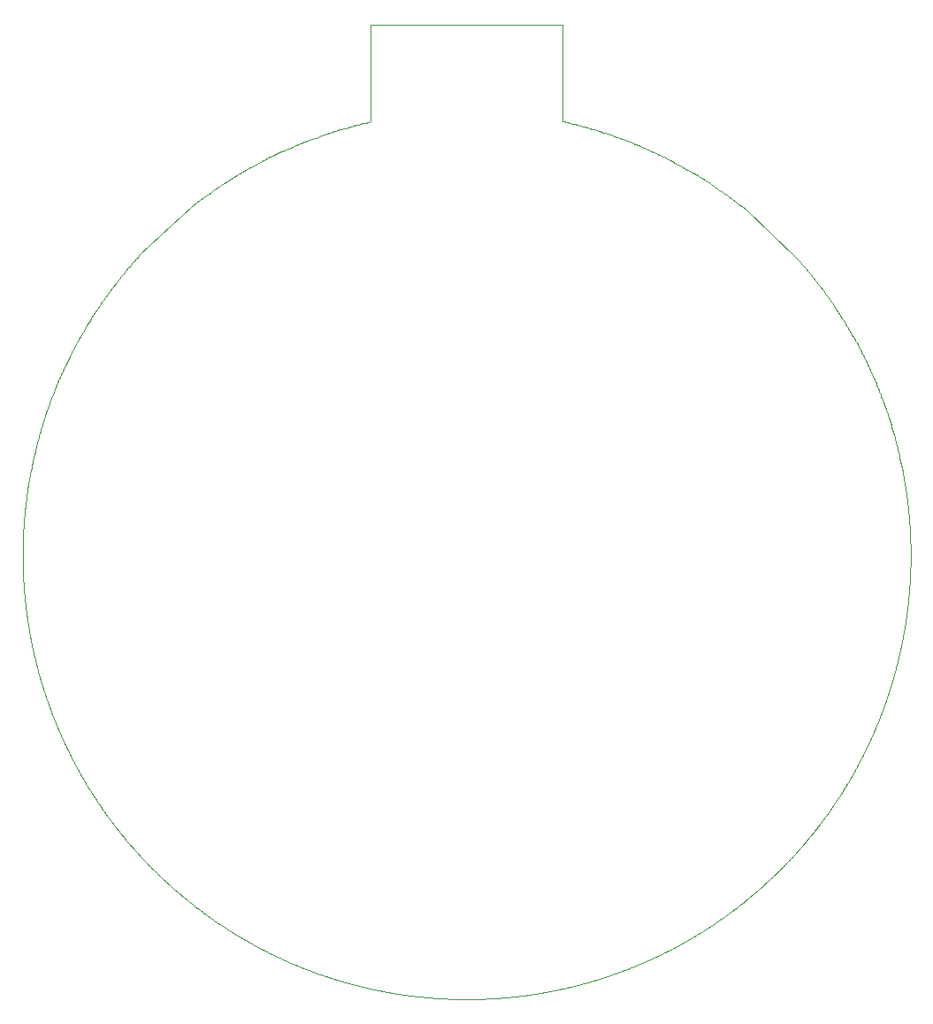
<source format=gbr>
G04 #@! TF.GenerationSoftware,KiCad,Pcbnew,(5.1.0)-1*
G04 #@! TF.CreationDate,2019-11-25T20:58:05-05:00*
G04 #@! TF.ProjectId,Christmas Ornament 2019,43687269-7374-46d6-9173-204f726e616d,rev?*
G04 #@! TF.SameCoordinates,Original*
G04 #@! TF.FileFunction,Profile,NP*
%FSLAX46Y46*%
G04 Gerber Fmt 4.6, Leading zero omitted, Abs format (unit mm)*
G04 Created by KiCad (PCBNEW (5.1.0)-1) date 2019-11-25 20:58:05*
%MOMM*%
%LPD*%
G04 APERTURE LIST*
%ADD10C,0.080000*%
G04 APERTURE END LIST*
D10*
X107925504Y-131067191D02*
X108045206Y-131067020D01*
X108045206Y-131067020D02*
X108127741Y-131066708D01*
X108127741Y-131066708D02*
X108210258Y-131066235D01*
X108210258Y-131066235D02*
X108325755Y-131065307D01*
X108325755Y-131065307D02*
X108408231Y-131064451D01*
X108408231Y-131064451D02*
X108507178Y-131063215D01*
X108507178Y-131063215D02*
X108589616Y-131062009D01*
X108589616Y-131062009D02*
X108672034Y-131060643D01*
X108672034Y-131060643D02*
X108762674Y-131058955D01*
X108762674Y-131058955D02*
X108853290Y-131057076D01*
X108853290Y-131057076D02*
X108935649Y-131055200D01*
X108935649Y-131055200D02*
X109026224Y-131052953D01*
X109026224Y-131052953D02*
X109116773Y-131050515D01*
X109116773Y-131050515D02*
X109199070Y-131048130D01*
X109199070Y-131048130D02*
X109281349Y-131045587D01*
X109281349Y-131045587D02*
X109371832Y-131042607D01*
X109371832Y-131042607D02*
X109454065Y-131039730D01*
X109454065Y-131039730D02*
X109544503Y-131036382D01*
X109544503Y-131036382D02*
X109626694Y-131033172D01*
X109626694Y-131033172D02*
X109708866Y-131029806D01*
X109708866Y-131029806D02*
X109791017Y-131026280D01*
X109791017Y-131026280D02*
X109873146Y-131022595D01*
X109873146Y-131022595D02*
X109963464Y-131018361D01*
X109963464Y-131018361D02*
X110045549Y-131014346D01*
X110045549Y-131014346D02*
X110144020Y-131009317D01*
X110144020Y-131009317D02*
X110226056Y-131004953D01*
X110226056Y-131004953D02*
X110324471Y-130999508D01*
X110324471Y-130999508D02*
X110406456Y-130994796D01*
X110406456Y-130994796D02*
X110488421Y-130989930D01*
X110488421Y-130989930D02*
X110611323Y-130982332D01*
X110611323Y-130982332D02*
X110693228Y-130977071D01*
X110693228Y-130977071D02*
X110775111Y-130971653D01*
X110775111Y-130971653D02*
X110873339Y-130964942D01*
X110873339Y-130964942D02*
X110955170Y-130959179D01*
X110955170Y-130959179D02*
X111053334Y-130952054D01*
X111053334Y-130952054D02*
X111135110Y-130945944D01*
X111135110Y-130945944D02*
X111225036Y-130939042D01*
X111225036Y-130939042D02*
X111347614Y-130929325D01*
X111347614Y-130929325D02*
X111429300Y-130922651D01*
X111429300Y-130922651D02*
X111510961Y-130915821D01*
X111510961Y-130915821D02*
X111592599Y-130908835D01*
X111592599Y-130908835D02*
X111674209Y-130901691D01*
X111674209Y-130901691D02*
X111772107Y-130892913D01*
X111772107Y-130892913D02*
X111845507Y-130886182D01*
X111845507Y-130886182D02*
X111918883Y-130879326D01*
X111918883Y-130879326D02*
X111992240Y-130872344D01*
X111992240Y-130872344D02*
X112106307Y-130861229D01*
X112106307Y-130861229D02*
X112195893Y-130852282D01*
X112195893Y-130852282D02*
X112277303Y-130843985D01*
X112277303Y-130843985D02*
X112350552Y-130836383D01*
X112350552Y-130836383D02*
X112440046Y-130826922D01*
X112440046Y-130826922D02*
X112513246Y-130819043D01*
X112513246Y-130819043D02*
X112586420Y-130811036D01*
X112586420Y-130811036D02*
X112659573Y-130802905D01*
X112659573Y-130802905D02*
X112732702Y-130794647D01*
X112732702Y-130794647D02*
X112813929Y-130785324D01*
X112813929Y-130785324D02*
X112895129Y-130775847D01*
X112895129Y-130775847D02*
X112968182Y-130767185D01*
X112968182Y-130767185D02*
X113041214Y-130758398D01*
X113041214Y-130758398D02*
X113114219Y-130749484D01*
X113114219Y-130749484D02*
X113187201Y-130740447D01*
X113187201Y-130740447D02*
X113260160Y-130731282D01*
X113260160Y-130731282D02*
X113333093Y-130721993D01*
X113333093Y-130721993D02*
X113406002Y-130712580D01*
X113406002Y-130712580D02*
X113478886Y-130703041D01*
X113478886Y-130703041D02*
X113567934Y-130691213D01*
X113567934Y-130691213D02*
X113673124Y-130676994D01*
X113673124Y-130676994D02*
X113754003Y-130665878D01*
X113754003Y-130665878D02*
X113834851Y-130654608D01*
X113834851Y-130654608D02*
X113907589Y-130644334D01*
X113907589Y-130644334D02*
X113980300Y-130633936D01*
X113980300Y-130633936D02*
X114069134Y-130621058D01*
X114069134Y-130621058D02*
X114149858Y-130609188D01*
X114149858Y-130609188D02*
X114230551Y-130597164D01*
X114230551Y-130597164D02*
X114311210Y-130584989D01*
X114311210Y-130584989D02*
X114391836Y-130572657D01*
X114391836Y-130572657D02*
X114472429Y-130560176D01*
X114472429Y-130560176D02*
X114544935Y-130548809D01*
X114544935Y-130548809D02*
X114617414Y-130537317D01*
X114617414Y-130537317D02*
X114697914Y-130524407D01*
X114697914Y-130524407D02*
X114778381Y-130511341D01*
X114778381Y-130511341D02*
X114858813Y-130498123D01*
X114858813Y-130498123D02*
X114963323Y-130480712D01*
X114963323Y-130480712D02*
X115035644Y-130468506D01*
X115035644Y-130468506D02*
X115115966Y-130454798D01*
X115115966Y-130454798D02*
X115204281Y-130439546D01*
X115204281Y-130439546D02*
X115276506Y-130426927D01*
X115276506Y-130426927D02*
X115364745Y-130411340D01*
X115364745Y-130411340D02*
X115436907Y-130398447D01*
X115436907Y-130398447D02*
X115509040Y-130385430D01*
X115509040Y-130385430D02*
X115597163Y-130369356D01*
X115597163Y-130369356D02*
X115677239Y-130354583D01*
X115677239Y-130354583D02*
X115757278Y-130339659D01*
X115757278Y-130339659D02*
X115829280Y-130326095D01*
X115829280Y-130326095D02*
X115901254Y-130312410D01*
X115901254Y-130312410D02*
X115989181Y-130295516D01*
X115989181Y-130295516D02*
X116077063Y-130278441D01*
X116077063Y-130278441D02*
X116156917Y-130262756D01*
X116156917Y-130262756D02*
X116260672Y-130242144D01*
X116260672Y-130242144D02*
X116348411Y-130224498D01*
X116348411Y-130224498D02*
X116428136Y-130208300D01*
X116428136Y-130208300D02*
X116515792Y-130190308D01*
X116515792Y-130190308D02*
X116603398Y-130172131D01*
X116603398Y-130172131D02*
X116682998Y-130155448D01*
X116682998Y-130155448D02*
X116754610Y-130140307D01*
X116754610Y-130140307D02*
X116826185Y-130125043D01*
X116826185Y-130125043D02*
X116897732Y-130109656D01*
X116897732Y-130109656D02*
X116969245Y-130094147D01*
X116969245Y-130094147D02*
X117048665Y-130076772D01*
X117048665Y-130076772D02*
X117120110Y-130061004D01*
X117120110Y-130061004D02*
X117199457Y-130043345D01*
X117199457Y-130043345D02*
X117270836Y-130027323D01*
X117270836Y-130027323D02*
X117342177Y-130011178D01*
X117342177Y-130011178D02*
X117421410Y-129993096D01*
X117421410Y-129993096D02*
X117500601Y-129974863D01*
X117500601Y-129974863D02*
X117571838Y-129958328D01*
X117571838Y-129958328D02*
X117658863Y-129937951D01*
X117658863Y-129937951D02*
X117730025Y-129921144D01*
X117730025Y-129921144D02*
X117809056Y-129902329D01*
X117809056Y-129902329D02*
X117880147Y-129885265D01*
X117880147Y-129885265D02*
X117959097Y-129866165D01*
X117959097Y-129866165D02*
X118038008Y-129846916D01*
X118038008Y-129846916D02*
X118116874Y-129827516D01*
X118116874Y-129827516D02*
X118187817Y-129809928D01*
X118187817Y-129809928D02*
X118258726Y-129792221D01*
X118258726Y-129792221D02*
X118345345Y-129770413D01*
X118345345Y-129770413D02*
X118416176Y-129752437D01*
X118416176Y-129752437D02*
X118502699Y-129730301D01*
X118502699Y-129730301D02*
X118581309Y-129710021D01*
X118581309Y-129710021D02*
X118675586Y-129685489D01*
X118675586Y-129685489D02*
X118769799Y-129660745D01*
X118769799Y-129660745D02*
X118840416Y-129642044D01*
X118840416Y-129642044D02*
X118981543Y-129604285D01*
X118981543Y-129604285D02*
X119083377Y-129576714D01*
X119083377Y-129576714D02*
X119153832Y-129557479D01*
X119153832Y-129557479D02*
X119224253Y-129538127D01*
X119224253Y-129538127D02*
X119294636Y-129518654D01*
X119294636Y-129518654D02*
X119372793Y-129496873D01*
X119372793Y-129496873D02*
X119435286Y-129479343D01*
X119435286Y-129479343D02*
X119497752Y-129461721D01*
X119497752Y-129461721D02*
X119567988Y-129441782D01*
X119567988Y-129441782D02*
X119630390Y-129423956D01*
X119630390Y-129423956D02*
X119700557Y-129403790D01*
X119700557Y-129403790D02*
X119770684Y-129383505D01*
X119770684Y-129383505D02*
X119848560Y-129360826D01*
X119848560Y-129360826D02*
X119910827Y-129342577D01*
X119910827Y-129342577D02*
X119988617Y-129319631D01*
X119988617Y-129319631D02*
X120058587Y-129298856D01*
X120058587Y-129298856D02*
X120124635Y-129279124D01*
X120124635Y-129279124D02*
X120198412Y-129256945D01*
X120198412Y-129256945D02*
X120264387Y-129236989D01*
X120264387Y-129236989D02*
X120338081Y-129214559D01*
X120338081Y-129214559D02*
X120407857Y-129193187D01*
X120407857Y-129193187D02*
X120469844Y-129174089D01*
X120469844Y-129174089D02*
X120531805Y-129154898D01*
X120531805Y-129154898D02*
X120601468Y-129133196D01*
X120601468Y-129133196D02*
X120678828Y-129108942D01*
X120678828Y-129108942D02*
X120763867Y-129082097D01*
X120763867Y-129082097D02*
X120833398Y-129059998D01*
X120833398Y-129059998D02*
X120895170Y-129040255D01*
X120895170Y-129040255D02*
X120964626Y-129017935D01*
X120964626Y-129017935D02*
X121026330Y-128997995D01*
X121026330Y-128997995D02*
X121095708Y-128975449D01*
X121095708Y-128975449D02*
X121157344Y-128955310D01*
X121157344Y-128955310D02*
X121226644Y-128932540D01*
X121226644Y-128932540D02*
X121303597Y-128907104D01*
X121303597Y-128907104D02*
X121392029Y-128877672D01*
X121392029Y-128877672D02*
X121472711Y-128850629D01*
X121472711Y-128850629D02*
X121549499Y-128824726D01*
X121549499Y-128824726D02*
X121610892Y-128803899D01*
X121610892Y-128803899D02*
X121687587Y-128777733D01*
X121687587Y-128777733D02*
X121748907Y-128756697D01*
X121748907Y-128756697D02*
X121817849Y-128732919D01*
X121817849Y-128732919D02*
X121894404Y-128706363D01*
X121894404Y-128706363D02*
X121963255Y-128682335D01*
X121963255Y-128682335D02*
X122039709Y-128655503D01*
X122039709Y-128655503D02*
X122116108Y-128628525D01*
X122116108Y-128628525D02*
X122192456Y-128601403D01*
X122192456Y-128601403D02*
X122264937Y-128575503D01*
X122264937Y-128575503D02*
X122371659Y-128537094D01*
X122371659Y-128537094D02*
X122436403Y-128513636D01*
X122436403Y-128513636D02*
X122520133Y-128483125D01*
X122520133Y-128483125D02*
X122596194Y-128455235D01*
X122596194Y-128455235D02*
X122672200Y-128427200D01*
X122672200Y-128427200D02*
X122770926Y-128390541D01*
X122770926Y-128390541D02*
X122831633Y-128367860D01*
X122831633Y-128367860D02*
X122907467Y-128339379D01*
X122907467Y-128339379D02*
X122968096Y-128316490D01*
X122968096Y-128316490D02*
X123028689Y-128293509D01*
X123028689Y-128293509D02*
X123104380Y-128264655D01*
X123104380Y-128264655D02*
X123164892Y-128241467D01*
X123164892Y-128241467D02*
X123248036Y-128209434D01*
X123248036Y-128209434D02*
X123308461Y-128186028D01*
X123308461Y-128186028D02*
X123399033Y-128150746D01*
X123399033Y-128150746D02*
X123497060Y-128112292D01*
X123497060Y-128112292D02*
X123557336Y-128088508D01*
X123557336Y-128088508D02*
X123632629Y-128058648D01*
X123632629Y-128058648D02*
X123692824Y-128034657D01*
X123692824Y-128034657D02*
X123760497Y-128007558D01*
X123760497Y-128007558D02*
X123843146Y-127974279D01*
X123843146Y-127974279D02*
X123903209Y-127949968D01*
X123903209Y-127949968D02*
X123970737Y-127922510D01*
X123970737Y-127922510D02*
X124030721Y-127898002D01*
X124030721Y-127898002D02*
X124135606Y-127854900D01*
X124135606Y-127854900D02*
X124195489Y-127830144D01*
X124195489Y-127830144D02*
X124255330Y-127805295D01*
X124255330Y-127805295D02*
X124322607Y-127777231D01*
X124322607Y-127777231D02*
X124382370Y-127752189D01*
X124382370Y-127752189D02*
X124464481Y-127717607D01*
X124464481Y-127717607D02*
X124524152Y-127692350D01*
X124524152Y-127692350D02*
X124591238Y-127663825D01*
X124591238Y-127663825D02*
X124650830Y-127638376D01*
X124650830Y-127638376D02*
X124732703Y-127603231D01*
X124732703Y-127603231D02*
X124795919Y-127575958D01*
X124795919Y-127575958D02*
X124859089Y-127548580D01*
X124859089Y-127548580D02*
X124918505Y-127522720D01*
X124918505Y-127522720D02*
X124977882Y-127496769D01*
X124977882Y-127496769D02*
X125044633Y-127467467D01*
X125044633Y-127467467D02*
X125118746Y-127434775D01*
X125118746Y-127434775D02*
X125177989Y-127408518D01*
X125177989Y-127408518D02*
X125237194Y-127382171D01*
X125237194Y-127382171D02*
X125311143Y-127349109D01*
X125311143Y-127349109D02*
X125377645Y-127319236D01*
X125377645Y-127319236D02*
X125447786Y-127287577D01*
X125447786Y-127287577D02*
X125510496Y-127259141D01*
X125510496Y-127259141D02*
X125569476Y-127232288D01*
X125569476Y-127232288D02*
X125628416Y-127205343D01*
X125628416Y-127205343D02*
X125687316Y-127178305D01*
X125687316Y-127178305D02*
X125768236Y-127140985D01*
X125768236Y-127140985D02*
X125827039Y-127113737D01*
X125827039Y-127113737D02*
X125885801Y-127086398D01*
X125885801Y-127086398D02*
X125944524Y-127058969D01*
X125944524Y-127058969D02*
X126006871Y-127029728D01*
X126006871Y-127029728D02*
X126061845Y-127003842D01*
X126061845Y-127003842D02*
X126124104Y-126974408D01*
X126124104Y-126974408D02*
X126179000Y-126948354D01*
X126179000Y-126948354D02*
X126259448Y-126909998D01*
X126259448Y-126909998D02*
X126317908Y-126881996D01*
X126317908Y-126881996D02*
X126376324Y-126853904D01*
X126376324Y-126853904D02*
X126434700Y-126825723D01*
X126434700Y-126825723D02*
X126493034Y-126797452D01*
X126493034Y-126797452D02*
X126551326Y-126769092D01*
X126551326Y-126769092D02*
X126609574Y-126740642D01*
X126609574Y-126740642D02*
X126667782Y-126712103D01*
X126667782Y-126712103D02*
X126733215Y-126679890D01*
X126733215Y-126679890D02*
X126791334Y-126651162D01*
X126791334Y-126651162D02*
X126849409Y-126622343D01*
X126849409Y-126622343D02*
X126907442Y-126593435D01*
X126907442Y-126593435D02*
X126965432Y-126564439D01*
X126965432Y-126564439D02*
X127023380Y-126535355D01*
X127023380Y-126535355D02*
X127095752Y-126498870D01*
X127095752Y-126498870D02*
X127157217Y-126467751D01*
X127157217Y-126467751D02*
X127211411Y-126440210D01*
X127211411Y-126440210D02*
X127269176Y-126410745D01*
X127269176Y-126410745D02*
X127326895Y-126381192D01*
X127326895Y-126381192D02*
X127391780Y-126347838D01*
X127391780Y-126347838D02*
X127449408Y-126318098D01*
X127449408Y-126318098D02*
X127506993Y-126288268D01*
X127506993Y-126288268D02*
X127571723Y-126254602D01*
X127571723Y-126254602D02*
X127636397Y-126220822D01*
X127636397Y-126220822D02*
X127693839Y-126190705D01*
X127693839Y-126190705D02*
X127765580Y-126152932D01*
X127765580Y-126152932D02*
X127822923Y-126122615D01*
X127822923Y-126122615D02*
X127880221Y-126092209D01*
X127880221Y-126092209D02*
X127944630Y-126057896D01*
X127944630Y-126057896D02*
X128008979Y-126023469D01*
X128008979Y-126023469D02*
X128073272Y-125988933D01*
X128073272Y-125988933D02*
X128137510Y-125954283D01*
X128137510Y-125954283D02*
X128201690Y-125919523D01*
X128201690Y-125919523D02*
X128265814Y-125884650D01*
X128265814Y-125884650D02*
X128329880Y-125849668D01*
X128329880Y-125849668D02*
X128386781Y-125818478D01*
X128386781Y-125818478D02*
X128457840Y-125779365D01*
X128457840Y-125779365D02*
X128521734Y-125744048D01*
X128521734Y-125744048D02*
X128585568Y-125708618D01*
X128585568Y-125708618D02*
X128649348Y-125673078D01*
X128649348Y-125673078D02*
X128713068Y-125637426D01*
X128713068Y-125637426D02*
X128776728Y-125601663D01*
X128776728Y-125601663D02*
X128840334Y-125565790D01*
X128840334Y-125565790D02*
X128903877Y-125529805D01*
X128903877Y-125529805D02*
X128981461Y-125485672D01*
X128981461Y-125485672D02*
X129037834Y-125453471D01*
X129037834Y-125453471D02*
X129101196Y-125417142D01*
X129101196Y-125417142D02*
X129171527Y-125376645D01*
X129171527Y-125376645D02*
X129234763Y-125340082D01*
X129234763Y-125340082D02*
X129297942Y-125303409D01*
X129297942Y-125303409D02*
X129375075Y-125258433D01*
X129375075Y-125258433D02*
X129431118Y-125225620D01*
X129431118Y-125225620D02*
X129515092Y-125176239D01*
X129515092Y-125176239D02*
X129571015Y-125143209D01*
X129571015Y-125143209D02*
X129647833Y-125097650D01*
X129647833Y-125097650D02*
X129710615Y-125060254D01*
X129710615Y-125060254D02*
X129773340Y-125022745D01*
X129773340Y-125022745D02*
X129835999Y-124985127D01*
X129835999Y-124985127D02*
X129891646Y-124951596D01*
X129891646Y-124951596D02*
X129947246Y-124917978D01*
X129947246Y-124917978D02*
X130002798Y-124884274D01*
X130002798Y-124884274D02*
X130065236Y-124846253D01*
X130065236Y-124846253D02*
X130127610Y-124808122D01*
X130127610Y-124808122D02*
X130189927Y-124769883D01*
X130189927Y-124769883D02*
X130245264Y-124735797D01*
X130245264Y-124735797D02*
X130300554Y-124701627D01*
X130300554Y-124701627D02*
X130355793Y-124667370D01*
X130355793Y-124667370D02*
X130410986Y-124633028D01*
X130410986Y-124633028D02*
X130473017Y-124594287D01*
X130473017Y-124594287D02*
X130528105Y-124559760D01*
X130528105Y-124559760D02*
X130596891Y-124516480D01*
X130596891Y-124516480D02*
X130665602Y-124473065D01*
X130665602Y-124473065D02*
X130734235Y-124429515D01*
X130734235Y-124429515D02*
X130789086Y-124394577D01*
X130789086Y-124394577D02*
X130850734Y-124355171D01*
X130850734Y-124355171D02*
X130919155Y-124311256D01*
X130919155Y-124311256D02*
X130994329Y-124262796D01*
X130994329Y-124262796D02*
X131062587Y-124218602D01*
X131062587Y-124218602D02*
X131130765Y-124174270D01*
X131130765Y-124174270D02*
X131185252Y-124138709D01*
X131185252Y-124138709D02*
X131260085Y-124089673D01*
X131260085Y-124089673D02*
X131321242Y-124049431D01*
X131321242Y-124049431D02*
X131395903Y-124000101D01*
X131395903Y-124000101D02*
X131456917Y-123959620D01*
X131456917Y-123959620D02*
X131511098Y-123923546D01*
X131511098Y-123923546D02*
X131565225Y-123887382D01*
X131565225Y-123887382D02*
X131626057Y-123846599D01*
X131626057Y-123846599D02*
X131707064Y-123792053D01*
X131707064Y-123792053D02*
X131774483Y-123746452D01*
X131774483Y-123746452D02*
X131855276Y-123691553D01*
X131855276Y-123691553D02*
X131935955Y-123636465D01*
X131935955Y-123636465D02*
X131989674Y-123599630D01*
X131989674Y-123599630D02*
X132056748Y-123553468D01*
X132056748Y-123553468D02*
X132110350Y-123516443D01*
X132110350Y-123516443D02*
X132170589Y-123474688D01*
X132170589Y-123474688D02*
X132237443Y-123428168D01*
X132237443Y-123428168D02*
X132290867Y-123390856D01*
X132290867Y-123390856D02*
X132344238Y-123353461D01*
X132344238Y-123353461D02*
X132417536Y-123301901D01*
X132417536Y-123301901D02*
X132497381Y-123245471D01*
X132497381Y-123245471D02*
X132577110Y-123188851D01*
X132577110Y-123188851D02*
X132656716Y-123132039D01*
X132656716Y-123132039D02*
X132716342Y-123089306D01*
X132716342Y-123089306D02*
X132775899Y-123046467D01*
X132775899Y-123046467D02*
X132828782Y-123008297D01*
X132828782Y-123008297D02*
X132908004Y-122950883D01*
X132908004Y-122950883D02*
X132960752Y-122912501D01*
X132960752Y-122912501D02*
X133039771Y-122854772D01*
X133039771Y-122854772D02*
X133118669Y-122796852D01*
X133118669Y-122796852D02*
X133171198Y-122758134D01*
X133171198Y-122758134D02*
X133243337Y-122704760D01*
X133243337Y-122704760D02*
X133295736Y-122665840D01*
X133295736Y-122665840D02*
X133348080Y-122626837D01*
X133348080Y-122626837D02*
X133400369Y-122587751D01*
X133400369Y-122587751D02*
X133452603Y-122548581D01*
X133452603Y-122548581D02*
X133511300Y-122504413D01*
X133511300Y-122504413D02*
X133563417Y-122465064D01*
X133563417Y-122465064D02*
X133608975Y-122430565D01*
X133608975Y-122430565D02*
X133654489Y-122396001D01*
X133654489Y-122396001D02*
X133719435Y-122346514D01*
X133719435Y-122346514D02*
X133771329Y-122306829D01*
X133771329Y-122306829D02*
X133823167Y-122267061D01*
X133823167Y-122267061D02*
X133874949Y-122227209D01*
X133874949Y-122227209D02*
X133920213Y-122192271D01*
X133920213Y-122192271D02*
X133965433Y-122157269D01*
X133965433Y-122157269D02*
X134010610Y-122122203D01*
X134010610Y-122122203D02*
X134062189Y-122082047D01*
X134062189Y-122082047D02*
X134107273Y-122046844D01*
X134107273Y-122046844D02*
X134152314Y-122011576D01*
X134152314Y-122011576D02*
X134197312Y-121976244D01*
X134197312Y-121976244D02*
X134242266Y-121940849D01*
X134242266Y-121940849D02*
X134287176Y-121905390D01*
X134287176Y-121905390D02*
X134332042Y-121869867D01*
X134332042Y-121869867D02*
X134376866Y-121834281D01*
X134376866Y-121834281D02*
X134421646Y-121798632D01*
X134421646Y-121798632D02*
X134466383Y-121762918D01*
X134466383Y-121762918D02*
X134517454Y-121722024D01*
X134517454Y-121722024D02*
X134568469Y-121681047D01*
X134568469Y-121681047D02*
X134613061Y-121645125D01*
X134613061Y-121645125D02*
X134657607Y-121609139D01*
X134657607Y-121609139D02*
X134702109Y-121573088D01*
X134702109Y-121573088D02*
X134746569Y-121536974D01*
X134746569Y-121536974D02*
X134797324Y-121495625D01*
X134797324Y-121495625D02*
X134854355Y-121449008D01*
X134854355Y-121449008D02*
X134911311Y-121402286D01*
X134911311Y-121402286D02*
X134955559Y-121365873D01*
X134955559Y-121365873D02*
X135006073Y-121324181D01*
X135006073Y-121324181D02*
X135050226Y-121287633D01*
X135050226Y-121287633D02*
X135094333Y-121251022D01*
X135094333Y-121251022D02*
X135150977Y-121203858D01*
X135150977Y-121203858D02*
X135201265Y-121161846D01*
X135201265Y-121161846D02*
X135251495Y-121119752D01*
X135251495Y-121119752D02*
X135301664Y-121077575D01*
X135301664Y-121077575D02*
X135358034Y-121030029D01*
X135358034Y-121030029D02*
X135408078Y-120987678D01*
X135408078Y-120987678D02*
X135458063Y-120945244D01*
X135458063Y-120945244D02*
X135507988Y-120902728D01*
X135507988Y-120902728D02*
X135557854Y-120860129D01*
X135557854Y-120860129D02*
X135607659Y-120817450D01*
X135607659Y-120817450D02*
X135651191Y-120780038D01*
X135651191Y-120780038D02*
X135694676Y-120742562D01*
X135694676Y-120742562D02*
X135738115Y-120705024D01*
X135738115Y-120705024D02*
X135781508Y-120667422D01*
X135781508Y-120667422D02*
X135824856Y-120629758D01*
X135824856Y-120629758D02*
X135886703Y-120575844D01*
X135886703Y-120575844D02*
X135936110Y-120532621D01*
X135936110Y-120532621D02*
X136010109Y-120467633D01*
X136010109Y-120467633D02*
X136053212Y-120429638D01*
X136053212Y-120429638D02*
X136114707Y-120375251D01*
X136114707Y-120375251D02*
X136176106Y-120320736D01*
X136176106Y-120320736D02*
X136225157Y-120277032D01*
X136225157Y-120277032D02*
X136286385Y-120222289D01*
X136286385Y-120222289D02*
X136341408Y-120172910D01*
X136341408Y-120172910D02*
X136396354Y-120123427D01*
X136396354Y-120123427D02*
X136439037Y-120084871D01*
X136439037Y-120084871D02*
X136481671Y-120046251D01*
X136481671Y-120046251D02*
X136524258Y-120007569D01*
X136524258Y-120007569D02*
X136566798Y-119968825D01*
X136566798Y-119968825D02*
X136609289Y-119930019D01*
X136609289Y-119930019D02*
X136651737Y-119891152D01*
X136651737Y-119891152D02*
X136694134Y-119852220D01*
X136694134Y-119852220D02*
X136760662Y-119790918D01*
X136760662Y-119790918D02*
X136802938Y-119751828D01*
X136802938Y-119751828D02*
X136845166Y-119712677D01*
X136845166Y-119712677D02*
X136887346Y-119673462D01*
X136887346Y-119673462D02*
X136947520Y-119617333D01*
X136947520Y-119617333D02*
X137007596Y-119561079D01*
X137007596Y-119561079D02*
X137079558Y-119493409D01*
X137079558Y-119493409D02*
X137139417Y-119436877D01*
X137139417Y-119436877D02*
X137199178Y-119380218D01*
X137199178Y-119380218D02*
X137270761Y-119312062D01*
X137270761Y-119312062D02*
X137330305Y-119255126D01*
X137330305Y-119255126D02*
X137377868Y-119209486D01*
X137377868Y-119209486D02*
X137419435Y-119169487D01*
X137419435Y-119169487D02*
X137472803Y-119117967D01*
X137472803Y-119117967D02*
X137520175Y-119072086D01*
X137520175Y-119072086D02*
X137567483Y-119026127D01*
X137567483Y-119026127D02*
X137614728Y-118980087D01*
X137614728Y-118980087D02*
X137661907Y-118933963D01*
X137661907Y-118933963D02*
X137703138Y-118893542D01*
X137703138Y-118893542D02*
X137744318Y-118853058D01*
X137744318Y-118853058D02*
X137791321Y-118806718D01*
X137791321Y-118806718D02*
X137838258Y-118760295D01*
X137838258Y-118760295D02*
X137902693Y-118696334D01*
X137902693Y-118696334D02*
X137943633Y-118655553D01*
X137943633Y-118655553D02*
X137981607Y-118617633D01*
X137981607Y-118617633D02*
X138025358Y-118573814D01*
X138025358Y-118573814D02*
X138089400Y-118509445D01*
X138089400Y-118509445D02*
X138135881Y-118462556D01*
X138135881Y-118462556D02*
X138182284Y-118415601D01*
X138182284Y-118415601D02*
X138228605Y-118368582D01*
X138228605Y-118368582D02*
X138297937Y-118297933D01*
X138297937Y-118297933D02*
X138338299Y-118256655D01*
X138338299Y-118256655D02*
X138378597Y-118215327D01*
X138378597Y-118215327D02*
X138436060Y-118156201D01*
X138436060Y-118156201D02*
X138481941Y-118108829D01*
X138481941Y-118108829D02*
X138522021Y-118067326D01*
X138522021Y-118067326D02*
X138562039Y-118025775D01*
X138562039Y-118025775D02*
X138607698Y-117978227D01*
X138607698Y-117978227D02*
X138647583Y-117936572D01*
X138647583Y-117936572D02*
X138710137Y-117871014D01*
X138710137Y-117871014D02*
X138766871Y-117811312D01*
X138766871Y-117811312D02*
X138823479Y-117751511D01*
X138823479Y-117751511D02*
X138891241Y-117679620D01*
X138891241Y-117679620D02*
X138947570Y-117619603D01*
X138947570Y-117619603D02*
X139003773Y-117559488D01*
X139003773Y-117559488D02*
X139071052Y-117487221D01*
X139071052Y-117487221D02*
X139115802Y-117438964D01*
X139115802Y-117438964D02*
X139154892Y-117396688D01*
X139154892Y-117396688D02*
X139193920Y-117354364D01*
X139193920Y-117354364D02*
X139244009Y-117299880D01*
X139244009Y-117299880D02*
X139293993Y-117245315D01*
X139293993Y-117245315D02*
X139332799Y-117202824D01*
X139332799Y-117202824D02*
X139371543Y-117160284D01*
X139371543Y-117160284D02*
X139410225Y-117117697D01*
X139410225Y-117117697D02*
X139448845Y-117075063D01*
X139448845Y-117075063D02*
X139487401Y-117032380D01*
X139487401Y-117032380D02*
X139525897Y-116989653D01*
X139525897Y-116989653D02*
X139564329Y-116946876D01*
X139564329Y-116946876D02*
X139608177Y-116897932D01*
X139608177Y-116897932D02*
X139662868Y-116836665D01*
X139662868Y-116836665D02*
X139717434Y-116775304D01*
X139717434Y-116775304D02*
X139760995Y-116726145D01*
X139760995Y-116726145D02*
X139804474Y-116676928D01*
X139804474Y-116676928D02*
X139864123Y-116609153D01*
X139864123Y-116609153D02*
X139907408Y-116559790D01*
X139907408Y-116559790D02*
X139972183Y-116485632D01*
X139972183Y-116485632D02*
X140015262Y-116436117D01*
X140015262Y-116436117D02*
X140058261Y-116386544D01*
X140058261Y-116386544D02*
X140101177Y-116336911D01*
X140101177Y-116336911D02*
X140144012Y-116287217D01*
X140144012Y-116287217D02*
X140181425Y-116243685D01*
X140181425Y-116243685D02*
X140224104Y-116193880D01*
X140224104Y-116193880D02*
X140266703Y-116144014D01*
X140266703Y-116144014D02*
X140309219Y-116094089D01*
X140309219Y-116094089D02*
X140346354Y-116050356D01*
X140346354Y-116050356D02*
X140383425Y-116006576D01*
X140383425Y-116006576D02*
X140420432Y-115962752D01*
X140420432Y-115962752D02*
X140457377Y-115918884D01*
X140457377Y-115918884D02*
X140504785Y-115862413D01*
X140504785Y-115862413D02*
X140541584Y-115818440D01*
X140541584Y-115818440D02*
X140594048Y-115755545D01*
X140594048Y-115755545D02*
X140635927Y-115705162D01*
X140635927Y-115705162D02*
X140677721Y-115654720D01*
X140677721Y-115654720D02*
X140714223Y-115610534D01*
X140714223Y-115610534D02*
X140755863Y-115559984D01*
X140755863Y-115559984D02*
X140797421Y-115509375D01*
X140797421Y-115509375D02*
X140838894Y-115458706D01*
X140838894Y-115458706D02*
X140875116Y-115414323D01*
X140875116Y-115414323D02*
X140916434Y-115363546D01*
X140916434Y-115363546D02*
X140962820Y-115306353D01*
X140962820Y-115306353D02*
X141003963Y-115255453D01*
X141003963Y-115255453D02*
X141045022Y-115204495D01*
X141045022Y-115204495D02*
X141080881Y-115159860D01*
X141080881Y-115159860D02*
X141116677Y-115115181D01*
X141116677Y-115115181D02*
X141157508Y-115064066D01*
X141157508Y-115064066D02*
X141193166Y-115019292D01*
X141193166Y-115019292D02*
X141228761Y-114974475D01*
X141228761Y-114974475D02*
X141264294Y-114929614D01*
X141264294Y-114929614D02*
X141304824Y-114878292D01*
X141304824Y-114878292D02*
X141340219Y-114833338D01*
X141340219Y-114833338D02*
X141375551Y-114788340D01*
X141375551Y-114788340D02*
X141410819Y-114743299D01*
X141410819Y-114743299D02*
X141446022Y-114698215D01*
X141446022Y-114698215D02*
X141486178Y-114646636D01*
X141486178Y-114646636D02*
X141521244Y-114601459D01*
X141521244Y-114601459D02*
X141556246Y-114556239D01*
X141556246Y-114556239D02*
X141591184Y-114510975D01*
X141591184Y-114510975D02*
X141631036Y-114459193D01*
X141631036Y-114459193D02*
X141665838Y-114413838D01*
X141665838Y-114413838D02*
X141700576Y-114368441D01*
X141700576Y-114368441D02*
X141735250Y-114323000D01*
X141735250Y-114323000D02*
X141769859Y-114277516D01*
X141769859Y-114277516D02*
X141804403Y-114231989D01*
X141804403Y-114231989D02*
X141838884Y-114186420D01*
X141838884Y-114186420D02*
X141892939Y-114114727D01*
X141892939Y-114114727D02*
X141932152Y-114062521D01*
X141932152Y-114062521D02*
X141990812Y-113984106D01*
X141990812Y-113984106D02*
X142029815Y-113931762D01*
X142029815Y-113931762D02*
X142068735Y-113879363D01*
X142068735Y-113879363D02*
X142117264Y-113813786D01*
X142117264Y-113813786D02*
X142155992Y-113761263D01*
X142155992Y-113761263D02*
X142199461Y-113702110D01*
X142199461Y-113702110D02*
X142242825Y-113642889D01*
X142242825Y-113642889D02*
X142281278Y-113590189D01*
X142281278Y-113590189D02*
X142338804Y-113511036D01*
X142338804Y-113511036D02*
X142381822Y-113451593D01*
X142381822Y-113451593D02*
X142424734Y-113392080D01*
X142424734Y-113392080D02*
X142462787Y-113339123D01*
X142462787Y-113339123D02*
X142524443Y-113252953D01*
X142524443Y-113252953D02*
X142576441Y-113179930D01*
X142576441Y-113179930D02*
X142632982Y-113100154D01*
X142632982Y-113100154D02*
X142689332Y-113020258D01*
X142689332Y-113020258D02*
X142726792Y-112966926D01*
X142726792Y-112966926D02*
X142773499Y-112900189D01*
X142773499Y-112900189D02*
X142815421Y-112840053D01*
X142815421Y-112840053D02*
X142861875Y-112773158D01*
X142861875Y-112773158D02*
X142912820Y-112699478D01*
X142912820Y-112699478D02*
X142963606Y-112625701D01*
X142963606Y-112625701D02*
X143000441Y-112571982D01*
X143000441Y-112571982D02*
X143041774Y-112511484D01*
X143041774Y-112511484D02*
X143078428Y-112457653D01*
X143078428Y-112457653D02*
X143128684Y-112383551D01*
X143128684Y-112383551D02*
X143178780Y-112309352D01*
X143178780Y-112309352D02*
X143233246Y-112228295D01*
X143233246Y-112228295D02*
X143278488Y-112160660D01*
X143278488Y-112160660D02*
X143323596Y-112092944D01*
X143323596Y-112092944D02*
X143364077Y-112031930D01*
X143364077Y-112031930D02*
X143404451Y-111970850D01*
X143404451Y-111970850D02*
X143440248Y-111916505D01*
X143440248Y-111916505D02*
X143480415Y-111855305D01*
X143480415Y-111855305D02*
X143516030Y-111800852D01*
X143516030Y-111800852D02*
X143555995Y-111739530D01*
X143555995Y-111739530D02*
X143595850Y-111678144D01*
X143595850Y-111678144D02*
X143644414Y-111603032D01*
X143644414Y-111603032D02*
X143697206Y-111520981D01*
X143697206Y-111520981D02*
X143741053Y-111452519D01*
X143741053Y-111452519D02*
X143793491Y-111370262D01*
X143793491Y-111370262D02*
X143832692Y-111308495D01*
X143832692Y-111308495D02*
X143867447Y-111253541D01*
X143867447Y-111253541D02*
X143902113Y-111198534D01*
X143902113Y-111198534D02*
X143949639Y-111122820D01*
X143949639Y-111122820D02*
X143988404Y-111060803D01*
X143988404Y-111060803D02*
X144022768Y-111005623D01*
X144022768Y-111005623D02*
X144061326Y-110943489D01*
X144061326Y-110943489D02*
X144099773Y-110881291D01*
X144099773Y-110881291D02*
X144133859Y-110825954D01*
X144133859Y-110825954D02*
X144172098Y-110763637D01*
X144172098Y-110763637D02*
X144210230Y-110701263D01*
X144210230Y-110701263D02*
X144248251Y-110638825D01*
X144248251Y-110638825D02*
X144281955Y-110583273D01*
X144281955Y-110583273D02*
X144315573Y-110527673D01*
X144315573Y-110527673D02*
X144349104Y-110472026D01*
X144349104Y-110472026D02*
X144386722Y-110409367D01*
X144386722Y-110409367D02*
X144420068Y-110353615D01*
X144420068Y-110353615D02*
X144461628Y-110283860D01*
X144461628Y-110283860D02*
X144494777Y-110228001D01*
X144494777Y-110228001D02*
X144540217Y-110151119D01*
X144540217Y-110151119D02*
X144577272Y-110088149D01*
X144577272Y-110088149D02*
X144614216Y-110025117D01*
X144614216Y-110025117D02*
X144655137Y-109955014D01*
X144655137Y-109955014D02*
X144685737Y-109902387D01*
X144685737Y-109902387D02*
X144716260Y-109849718D01*
X144716260Y-109849718D02*
X144752786Y-109786463D01*
X144752786Y-109786463D02*
X144793243Y-109716109D01*
X144793243Y-109716109D02*
X144829536Y-109652726D01*
X144829536Y-109652726D02*
X144865717Y-109589286D01*
X144865717Y-109589286D02*
X144901789Y-109525788D01*
X144901789Y-109525788D02*
X144937750Y-109462232D01*
X144937750Y-109462232D02*
X144977575Y-109391541D01*
X144977575Y-109391541D02*
X145017263Y-109320782D01*
X145017263Y-109320782D02*
X145048916Y-109264122D01*
X145048916Y-109264122D02*
X145088356Y-109193232D01*
X145088356Y-109193232D02*
X145123736Y-109129370D01*
X145123736Y-109129370D02*
X145159005Y-109065453D01*
X145159005Y-109065453D02*
X145194162Y-109001475D01*
X145194162Y-109001475D02*
X145229207Y-108937440D01*
X145229207Y-108937440D02*
X145264141Y-108873348D01*
X145264141Y-108873348D02*
X145298965Y-108809201D01*
X145298965Y-108809201D02*
X145333675Y-108744994D01*
X145333675Y-108744994D02*
X145368275Y-108680731D01*
X145368275Y-108680731D02*
X145397022Y-108627137D01*
X145397022Y-108627137D02*
X145433322Y-108559193D01*
X145433322Y-108559193D02*
X145463796Y-108501927D01*
X145463796Y-108501927D02*
X145497972Y-108437452D01*
X145497972Y-108437452D02*
X145532035Y-108372920D01*
X145532035Y-108372920D02*
X145565987Y-108308330D01*
X145565987Y-108308330D02*
X145599827Y-108243687D01*
X145599827Y-108243687D02*
X145629814Y-108186179D01*
X145629814Y-108186179D02*
X145659712Y-108128628D01*
X145659712Y-108128628D02*
X145693239Y-108063830D01*
X145693239Y-108063830D02*
X145722947Y-108006185D01*
X145722947Y-108006185D02*
X145756263Y-107941282D01*
X145756263Y-107941282D02*
X145785784Y-107883546D01*
X145785784Y-107883546D02*
X145818886Y-107818539D01*
X145818886Y-107818539D02*
X145848217Y-107760710D01*
X145848217Y-107760710D02*
X145877458Y-107702838D01*
X145877458Y-107702838D02*
X145910250Y-107637681D01*
X145910250Y-107637681D02*
X145942926Y-107572469D01*
X145942926Y-107572469D02*
X145971878Y-107514458D01*
X145971878Y-107514458D02*
X146000741Y-107456403D01*
X146000741Y-107456403D02*
X146029515Y-107398306D01*
X146029515Y-107398306D02*
X146058198Y-107340167D01*
X146058198Y-107340167D02*
X146086793Y-107281986D01*
X146086793Y-107281986D02*
X146115299Y-107223763D01*
X146115299Y-107223763D02*
X146143715Y-107165498D01*
X146143715Y-107165498D02*
X146175576Y-107099898D01*
X146175576Y-107099898D02*
X146207324Y-107034246D01*
X146207324Y-107034246D02*
X146235450Y-106975845D01*
X146235450Y-106975845D02*
X146263485Y-106917402D01*
X146263485Y-106917402D02*
X146291430Y-106858917D01*
X146291430Y-106858917D02*
X146329710Y-106778434D01*
X146329710Y-106778434D02*
X146357443Y-106719853D01*
X146357443Y-106719853D02*
X146385086Y-106661227D01*
X146385086Y-106661227D02*
X146414358Y-106598893D01*
X146414358Y-106598893D02*
X146440101Y-106543855D01*
X146440101Y-106543855D02*
X146469181Y-106481435D01*
X146469181Y-106481435D02*
X146494756Y-106426319D01*
X146494756Y-106426319D02*
X146528732Y-106352777D01*
X146528732Y-106352777D02*
X146559191Y-106286536D01*
X146559191Y-106286536D02*
X146592903Y-106212873D01*
X146592903Y-106212873D02*
X146623119Y-106146523D01*
X146623119Y-106146523D02*
X146651555Y-106083813D01*
X146651555Y-106083813D02*
X146676559Y-106028443D01*
X146676559Y-106028443D02*
X146706459Y-105961952D01*
X146706459Y-105961952D02*
X146732942Y-105902808D01*
X146732942Y-105902808D02*
X146759334Y-105843624D01*
X146759334Y-105843624D02*
X146785637Y-105784401D01*
X146785637Y-105784401D02*
X146811847Y-105725136D01*
X146811847Y-105725136D02*
X146844483Y-105650999D01*
X146844483Y-105650999D02*
X146870490Y-105591648D01*
X146870490Y-105591648D02*
X146906102Y-105509975D01*
X146906102Y-105509975D02*
X146931895Y-105450530D01*
X146931895Y-105450530D02*
X146957596Y-105391046D01*
X146957596Y-105391046D02*
X146983206Y-105331524D01*
X146983206Y-105331524D02*
X147011908Y-105264514D01*
X147011908Y-105264514D02*
X147037326Y-105204909D01*
X147037326Y-105204909D02*
X147072125Y-105122889D01*
X147072125Y-105122889D02*
X147106754Y-105040799D01*
X147106754Y-105040799D02*
X147131830Y-104981050D01*
X147131830Y-104981050D02*
X147163047Y-104906311D01*
X147163047Y-104906311D02*
X147194123Y-104831516D01*
X147194123Y-104831516D02*
X147218879Y-104771633D01*
X147218879Y-104771633D02*
X147243545Y-104711713D01*
X147243545Y-104711713D02*
X147271182Y-104644259D01*
X147271182Y-104644259D02*
X147297181Y-104580510D01*
X147297181Y-104580510D02*
X147323074Y-104516716D01*
X147323074Y-104516716D02*
X147350379Y-104449127D01*
X147350379Y-104449127D02*
X147380584Y-104373972D01*
X147380584Y-104373972D02*
X147410643Y-104298759D01*
X147410643Y-104298759D02*
X147436082Y-104234782D01*
X147436082Y-104234782D02*
X147464391Y-104163230D01*
X147464391Y-104163230D02*
X147505873Y-104057691D01*
X147505873Y-104057691D02*
X147529451Y-103997332D01*
X147529451Y-103997332D02*
X147555867Y-103929385D01*
X147555867Y-103929385D02*
X147585083Y-103853837D01*
X147585083Y-103853837D02*
X147625740Y-103747973D01*
X147625740Y-103747973D02*
X147648847Y-103687429D01*
X147648847Y-103687429D02*
X147671864Y-103626850D01*
X147671864Y-103626850D02*
X147694786Y-103566235D01*
X147694786Y-103566235D02*
X147723310Y-103490417D01*
X147723310Y-103490417D02*
X147746024Y-103429723D01*
X147746024Y-103429723D02*
X147771471Y-103361399D01*
X147771471Y-103361399D02*
X147799605Y-103285431D01*
X147799605Y-103285431D02*
X147827596Y-103209408D01*
X147827596Y-103209408D02*
X147858220Y-103125721D01*
X147858220Y-103125721D02*
X147880380Y-103064815D01*
X147880380Y-103064815D02*
X147918941Y-102958150D01*
X147918941Y-102958150D02*
X147946311Y-102881895D01*
X147946311Y-102881895D02*
X147973534Y-102805584D01*
X147973534Y-102805584D02*
X148000613Y-102729221D01*
X148000613Y-102729221D02*
X148027548Y-102652806D01*
X148027548Y-102652806D02*
X148051664Y-102583986D01*
X148051664Y-102583986D02*
X148096898Y-102453876D01*
X148096898Y-102453876D02*
X148120676Y-102384934D01*
X148120676Y-102384934D02*
X148141712Y-102323614D01*
X148141712Y-102323614D02*
X148162657Y-102262262D01*
X148162657Y-102262262D02*
X148188705Y-102185526D01*
X148188705Y-102185526D02*
X148212025Y-102116419D01*
X148212025Y-102116419D02*
X148237797Y-102039586D01*
X148237797Y-102039586D02*
X148263424Y-101962700D01*
X148263424Y-101962700D02*
X148286363Y-101893459D01*
X148286363Y-101893459D02*
X148306653Y-101831875D01*
X148306653Y-101831875D02*
X148326850Y-101770261D01*
X148326850Y-101770261D02*
X148349463Y-101700905D01*
X148349463Y-101700905D02*
X148374446Y-101623794D01*
X148374446Y-101623794D02*
X148394328Y-101562071D01*
X148394328Y-101562071D02*
X148414117Y-101500315D01*
X148414117Y-101500315D02*
X148436270Y-101430802D01*
X148436270Y-101430802D02*
X148458301Y-101361247D01*
X148458301Y-101361247D02*
X148482640Y-101283917D01*
X148482640Y-101283917D02*
X148502007Y-101222019D01*
X148502007Y-101222019D02*
X148526084Y-101144600D01*
X148526084Y-101144600D02*
X148545241Y-101082630D01*
X148545241Y-101082630D02*
X148564303Y-101020630D01*
X148564303Y-101020630D02*
X148585635Y-100950842D01*
X148585635Y-100950842D02*
X148604497Y-100888775D01*
X148604497Y-100888775D02*
X148627942Y-100811147D01*
X148627942Y-100811147D02*
X148648917Y-100741241D01*
X148648917Y-100741241D02*
X148667462Y-100679071D01*
X148667462Y-100679071D02*
X148690509Y-100601312D01*
X148690509Y-100601312D02*
X148711126Y-100531290D01*
X148711126Y-100531290D02*
X148731625Y-100461230D01*
X148731625Y-100461230D02*
X148758769Y-100367758D01*
X148758769Y-100367758D02*
X148776748Y-100305405D01*
X148776748Y-100305405D02*
X148799088Y-100227421D01*
X148799088Y-100227421D02*
X148819068Y-100157196D01*
X148819068Y-100157196D02*
X148836726Y-100094742D01*
X148836726Y-100094742D02*
X148858668Y-100016634D01*
X148858668Y-100016634D02*
X148882634Y-99930664D01*
X148882634Y-99930664D02*
X148902107Y-99860281D01*
X148902107Y-99860281D02*
X148921459Y-99789860D01*
X148921459Y-99789860D02*
X148940694Y-99719405D01*
X148940694Y-99719405D02*
X148964039Y-99633242D01*
X148964039Y-99633242D02*
X148989302Y-99539185D01*
X148989302Y-99539185D02*
X149012270Y-99452909D01*
X149012270Y-99452909D02*
X149037124Y-99358729D01*
X149037124Y-99358729D02*
X149058694Y-99276268D01*
X149058694Y-99276268D02*
X149082131Y-99185899D01*
X149082131Y-99185899D02*
X149100336Y-99115135D01*
X149100336Y-99115135D02*
X149118420Y-99044336D01*
X149118420Y-99044336D02*
X149140358Y-98957755D01*
X149140358Y-98957755D02*
X149162117Y-98871123D01*
X149162117Y-98871123D02*
X149179785Y-98800202D01*
X149179785Y-98800202D02*
X149201214Y-98713474D01*
X149201214Y-98713474D02*
X149218612Y-98642477D01*
X149218612Y-98642477D02*
X149235891Y-98571444D01*
X149235891Y-98571444D02*
X149254947Y-98492481D01*
X149254947Y-98492481D02*
X149277615Y-98397670D01*
X149277615Y-98397670D02*
X149296342Y-98318615D01*
X149296342Y-98318615D02*
X149313068Y-98247428D01*
X149313068Y-98247428D02*
X149331510Y-98168296D01*
X149331510Y-98168296D02*
X149347978Y-98097040D01*
X149347978Y-98097040D02*
X149364327Y-98025750D01*
X149364327Y-98025750D02*
X149382349Y-97946502D01*
X149382349Y-97946502D02*
X149398438Y-97875144D01*
X149398438Y-97875144D02*
X149416176Y-97795817D01*
X149416176Y-97795817D02*
X149433760Y-97716451D01*
X149433760Y-97716451D02*
X149451195Y-97637046D01*
X149451195Y-97637046D02*
X149466758Y-97565547D01*
X149466758Y-97565547D02*
X149482199Y-97494015D01*
X149482199Y-97494015D02*
X149497520Y-97422453D01*
X149497520Y-97422453D02*
X149514396Y-97342901D01*
X149514396Y-97342901D02*
X149531123Y-97263311D01*
X149531123Y-97263311D02*
X149546048Y-97191645D01*
X149546048Y-97191645D02*
X149560853Y-97119950D01*
X149560853Y-97119950D02*
X149575533Y-97048224D01*
X149575533Y-97048224D02*
X149593310Y-96960515D01*
X149593310Y-96960515D02*
X149614083Y-96856801D01*
X149614083Y-96856801D02*
X149631460Y-96768993D01*
X149631460Y-96768993D02*
X149650207Y-96673150D01*
X149650207Y-96673150D02*
X149664123Y-96601232D01*
X149664123Y-96601232D02*
X149679445Y-96521290D01*
X149679445Y-96521290D02*
X149694612Y-96441311D01*
X149694612Y-96441311D02*
X149708134Y-96369298D01*
X149708134Y-96369298D02*
X149723013Y-96289249D01*
X149723013Y-96289249D02*
X149737739Y-96209162D01*
X149737739Y-96209162D02*
X149753767Y-96121028D01*
X149753767Y-96121028D02*
X149768174Y-96040865D01*
X149768174Y-96040865D02*
X149781010Y-95968691D01*
X149781010Y-95968691D02*
X149793725Y-95896487D01*
X149793725Y-95896487D02*
X149807705Y-95816227D01*
X149807705Y-95816227D02*
X149821535Y-95735934D01*
X149821535Y-95735934D02*
X149835210Y-95655603D01*
X149835210Y-95655603D02*
X149855439Y-95535045D01*
X149855439Y-95535045D02*
X149871374Y-95438540D01*
X149871374Y-95438540D02*
X149883181Y-95366134D01*
X149883181Y-95366134D02*
X149896154Y-95285646D01*
X149896154Y-95285646D02*
X149907700Y-95213179D01*
X149907700Y-95213179D02*
X149920382Y-95132628D01*
X149920382Y-95132628D02*
X149931665Y-95060105D01*
X149931665Y-95060105D02*
X149942824Y-94987554D01*
X149942824Y-94987554D02*
X149953859Y-94914977D01*
X149953859Y-94914977D02*
X149964771Y-94842375D01*
X149964771Y-94842375D02*
X149975556Y-94769743D01*
X149975556Y-94769743D02*
X149989744Y-94672863D01*
X149989744Y-94672863D02*
X150002555Y-94584016D01*
X150002555Y-94584016D02*
X150014039Y-94503210D01*
X150014039Y-94503210D02*
X150024243Y-94430459D01*
X150024243Y-94430459D02*
X150035437Y-94349596D01*
X150035437Y-94349596D02*
X150046474Y-94268700D01*
X150046474Y-94268700D02*
X150058440Y-94179680D01*
X150058440Y-94179680D02*
X150071279Y-94082523D01*
X150071279Y-94082523D02*
X150080760Y-94009629D01*
X150080760Y-94009629D02*
X150090120Y-93936710D01*
X150090120Y-93936710D02*
X150102402Y-93839444D01*
X150102402Y-93839444D02*
X150113466Y-93750247D01*
X150113466Y-93750247D02*
X150122380Y-93677242D01*
X150122380Y-93677242D02*
X150131167Y-93604210D01*
X150131167Y-93604210D02*
X150139829Y-93531157D01*
X150139829Y-93531157D02*
X150148365Y-93458078D01*
X150148365Y-93458078D02*
X150158629Y-93368730D01*
X150158629Y-93368730D02*
X150166887Y-93295601D01*
X150166887Y-93295601D02*
X150175018Y-93222448D01*
X150175018Y-93222448D02*
X150183025Y-93149274D01*
X150183025Y-93149274D02*
X150190904Y-93076074D01*
X150190904Y-93076074D02*
X150199513Y-92994718D01*
X150199513Y-92994718D02*
X150207967Y-92913331D01*
X150207967Y-92913331D02*
X150215441Y-92840063D01*
X150215441Y-92840063D02*
X150222790Y-92766771D01*
X150222790Y-92766771D02*
X150230012Y-92693457D01*
X150230012Y-92693457D02*
X150237888Y-92611967D01*
X150237888Y-92611967D02*
X150244843Y-92538608D01*
X150244843Y-92538608D02*
X150251672Y-92465225D01*
X150251672Y-92465225D02*
X150259110Y-92383664D01*
X150259110Y-92383664D02*
X150267114Y-92293917D01*
X150267114Y-92293917D02*
X150275629Y-92195974D01*
X150275629Y-92195974D02*
X150283238Y-92106163D01*
X150283238Y-92106163D02*
X150289990Y-92024487D01*
X150289990Y-92024487D02*
X150298534Y-91918274D01*
X150298534Y-91918274D02*
X150304926Y-91836542D01*
X150304926Y-91836542D02*
X150311162Y-91754785D01*
X150311162Y-91754785D02*
X150317838Y-91664823D01*
X150317838Y-91664823D02*
X150323746Y-91583016D01*
X150323746Y-91583016D02*
X150330624Y-91484813D01*
X150330624Y-91484813D02*
X150336185Y-91402952D01*
X150336185Y-91402952D02*
X150341587Y-91321068D01*
X150341587Y-91321068D02*
X150349398Y-91198198D01*
X150349398Y-91198198D02*
X150354406Y-91116253D01*
X150354406Y-91116253D02*
X150359258Y-91034287D01*
X150359258Y-91034287D02*
X150364875Y-90935899D01*
X150364875Y-90935899D02*
X150369379Y-90853881D01*
X150369379Y-90853881D02*
X150374578Y-90755433D01*
X150374578Y-90755433D02*
X150378738Y-90673370D01*
X150378738Y-90673370D02*
X150384292Y-90558441D01*
X150384292Y-90558441D02*
X150388441Y-90468113D01*
X150388441Y-90468113D02*
X150392397Y-90377757D01*
X150392397Y-90377757D02*
X150396826Y-90270941D01*
X150396826Y-90270941D02*
X150400051Y-90188751D01*
X150400051Y-90188751D02*
X150403118Y-90106539D01*
X150403118Y-90106539D02*
X150406310Y-90016084D01*
X150406310Y-90016084D02*
X150409042Y-89933829D01*
X150409042Y-89933829D02*
X150411866Y-89843327D01*
X150411866Y-89843327D02*
X150414498Y-89752801D01*
X150414498Y-89752801D02*
X150416723Y-89670484D01*
X150416723Y-89670484D02*
X150419183Y-89571677D01*
X150419183Y-89571677D02*
X150421059Y-89489318D01*
X150421059Y-89489318D02*
X150422775Y-89406940D01*
X150422775Y-89406940D02*
X150424481Y-89316303D01*
X150424481Y-89316303D02*
X150425992Y-89225644D01*
X150425992Y-89225644D02*
X150427198Y-89143206D01*
X150427198Y-89143206D02*
X150428340Y-89052506D01*
X150428340Y-89052506D02*
X150429290Y-88961783D01*
X150429290Y-88961783D02*
X150429984Y-88879289D01*
X150429984Y-88879289D02*
X150430521Y-88796778D01*
X150430521Y-88796778D02*
X150430926Y-88705996D01*
X150430926Y-88705996D02*
X150431126Y-88623452D01*
X150431126Y-88623452D02*
X150431174Y-88561532D01*
X117121208Y-37853914D02*
X98729800Y-37853914D01*
X77869406Y-118617630D02*
X77913220Y-118661381D01*
X77913220Y-118661381D02*
X77960021Y-118707973D01*
X77960021Y-118707973D02*
X78001024Y-118748674D01*
X78001024Y-118748674D02*
X78042077Y-118789315D01*
X78042077Y-118789315D02*
X78083180Y-118829895D01*
X78083180Y-118829895D02*
X78124332Y-118870413D01*
X78124332Y-118870413D02*
X78165532Y-118910870D01*
X78165532Y-118910870D02*
X78236278Y-118980084D01*
X78236278Y-118980084D02*
X78283522Y-119026124D01*
X78283522Y-119026124D02*
X78324913Y-119066343D01*
X78324913Y-119066343D02*
X78366353Y-119106502D01*
X78366353Y-119106502D02*
X78407842Y-119146599D01*
X78407842Y-119146599D02*
X78449379Y-119186635D01*
X78449379Y-119186635D02*
X78514751Y-119249422D01*
X78514751Y-119249422D02*
X78568327Y-119300682D01*
X78568327Y-119300682D02*
X78610053Y-119340480D01*
X78610053Y-119340480D02*
X78651827Y-119380215D01*
X78651827Y-119380215D02*
X78735518Y-119459502D01*
X78735518Y-119459502D02*
X78777437Y-119499052D01*
X78777437Y-119499052D02*
X78819406Y-119538541D01*
X78819406Y-119538541D02*
X78861422Y-119577966D01*
X78861422Y-119577966D02*
X78927541Y-119639796D01*
X78927541Y-119639796D02*
X78969681Y-119679064D01*
X78969681Y-119679064D02*
X79011869Y-119718271D01*
X79011869Y-119718271D02*
X79054101Y-119757413D01*
X79054101Y-119757413D02*
X79126614Y-119824371D01*
X79126614Y-119824371D02*
X79168978Y-119863346D01*
X79168978Y-119863346D02*
X79217453Y-119907814D01*
X79217453Y-119907814D02*
X79272061Y-119957742D01*
X79272061Y-119957742D02*
X79326746Y-120007566D01*
X79326746Y-120007566D02*
X79369334Y-120046248D01*
X79369334Y-120046248D02*
X79418064Y-120090380D01*
X79418064Y-120090380D02*
X79466853Y-120134430D01*
X79466853Y-120134430D02*
X79515705Y-120178398D01*
X79515705Y-120178398D02*
X79570737Y-120227766D01*
X79570737Y-120227766D02*
X79619720Y-120271561D01*
X79619720Y-120271561D02*
X79674897Y-120320733D01*
X79674897Y-120320733D02*
X79724009Y-120364355D01*
X79724009Y-120364355D02*
X79773183Y-120407895D01*
X79773183Y-120407895D02*
X79822416Y-120451354D01*
X79822416Y-120451354D02*
X79871711Y-120494730D01*
X79871711Y-120494730D02*
X79914894Y-120532618D01*
X79914894Y-120532618D02*
X79964302Y-120575841D01*
X79964302Y-120575841D02*
X80013770Y-120618983D01*
X80013770Y-120618983D02*
X80088087Y-120683543D01*
X80088087Y-120683543D02*
X80131498Y-120721117D01*
X80131498Y-120721117D02*
X80181171Y-120763982D01*
X80181171Y-120763982D02*
X80237122Y-120812106D01*
X80237122Y-120812106D02*
X80286921Y-120854797D01*
X80286921Y-120854797D02*
X80336778Y-120897404D01*
X80336778Y-120897404D02*
X80386697Y-120939932D01*
X80386697Y-120939932D02*
X80442924Y-120987675D01*
X80442924Y-120987675D02*
X80486710Y-121024737D01*
X80486710Y-121024737D02*
X80530539Y-121061735D01*
X80530539Y-121061735D02*
X80574416Y-121098671D01*
X80574416Y-121098671D02*
X80624615Y-121140807D01*
X80624615Y-121140807D02*
X80681161Y-121188110D01*
X80681161Y-121188110D02*
X80731485Y-121230070D01*
X80731485Y-121230070D02*
X80781869Y-121271949D01*
X80781869Y-121271949D02*
X80826001Y-121308523D01*
X80826001Y-121308523D02*
X80870180Y-121345034D01*
X80870180Y-121345034D02*
X80914403Y-121381483D01*
X80914403Y-121381483D02*
X80964999Y-121423061D01*
X80964999Y-121423061D02*
X81009318Y-121459373D01*
X81009318Y-121459373D02*
X81060022Y-121500795D01*
X81060022Y-121500795D02*
X81110784Y-121542134D01*
X81110784Y-121542134D02*
X81161604Y-121583392D01*
X81161604Y-121583392D02*
X81206119Y-121619424D01*
X81206119Y-121619424D02*
X81250678Y-121655392D01*
X81250678Y-121655392D02*
X81301657Y-121696420D01*
X81301657Y-121696420D02*
X81346311Y-121732253D01*
X81346311Y-121732253D02*
X81391011Y-121768022D01*
X81391011Y-121768022D02*
X81442147Y-121808821D01*
X81442147Y-121808821D02*
X81531774Y-121880020D01*
X81531774Y-121880020D02*
X81583068Y-121920591D01*
X81583068Y-121920591D02*
X81634419Y-121961080D01*
X81634419Y-121961080D02*
X81679398Y-121996438D01*
X81679398Y-121996438D02*
X81724421Y-122031734D01*
X81724421Y-122031734D02*
X81775929Y-122071993D01*
X81775929Y-122071993D02*
X81827494Y-122112169D01*
X81827494Y-122112169D02*
X81872657Y-122147253D01*
X81872657Y-122147253D02*
X81917865Y-122182274D01*
X81917865Y-122182274D02*
X81976052Y-122227206D01*
X81976052Y-122227206D02*
X82034312Y-122272033D01*
X82034312Y-122272033D02*
X82086157Y-122311791D01*
X82086157Y-122311791D02*
X82138058Y-122351466D01*
X82138058Y-122351466D02*
X82183517Y-122386112D01*
X82183517Y-122386112D02*
X82235523Y-122425629D01*
X82235523Y-122425629D02*
X82287583Y-122465061D01*
X82287583Y-122465061D02*
X82346219Y-122509323D01*
X82346219Y-122509323D02*
X82404924Y-122553478D01*
X82404924Y-122553478D02*
X82470234Y-122602415D01*
X82470234Y-122602415D02*
X82522545Y-122641470D01*
X82522545Y-122641470D02*
X82581461Y-122685307D01*
X82581461Y-122685307D02*
X82633889Y-122724185D01*
X82633889Y-122724185D02*
X82692934Y-122767819D01*
X82692934Y-122767819D02*
X82758620Y-122816177D01*
X82758620Y-122816177D02*
X82811230Y-122854769D01*
X82811230Y-122854769D02*
X82870485Y-122898084D01*
X82870485Y-122898084D02*
X82923212Y-122936496D01*
X82923212Y-122936496D02*
X82989197Y-122984394D01*
X82989197Y-122984394D02*
X83055268Y-123032161D01*
X83055268Y-123032161D02*
X83114801Y-123075035D01*
X83114801Y-123075035D02*
X83200916Y-123136777D01*
X83200916Y-123136777D02*
X83260616Y-123179392D01*
X83260616Y-123179392D02*
X83327030Y-123226616D01*
X83327030Y-123226616D02*
X83386874Y-123269004D01*
X83386874Y-123269004D02*
X83440126Y-123306591D01*
X83440126Y-123306591D02*
X83500097Y-123348778D01*
X83500097Y-123348778D02*
X83566811Y-123395523D01*
X83566811Y-123395523D02*
X83633606Y-123442135D01*
X83633606Y-123442135D02*
X83720565Y-123502535D01*
X83720565Y-123502535D02*
X83774146Y-123539591D01*
X83774146Y-123539591D02*
X83841197Y-123585793D01*
X83841197Y-123585793D02*
X83901614Y-123627261D01*
X83901614Y-123627261D02*
X83962096Y-123668620D01*
X83962096Y-123668620D02*
X84029376Y-123714449D01*
X84029376Y-123714449D02*
X84089996Y-123755579D01*
X84089996Y-123755579D02*
X84150685Y-123796603D01*
X84150685Y-123796603D02*
X84204683Y-123832977D01*
X84204683Y-123832977D02*
X84265494Y-123873797D01*
X84265494Y-123873797D02*
X84319604Y-123909991D01*
X84319604Y-123909991D02*
X84380538Y-123950606D01*
X84380538Y-123950606D02*
X84441536Y-123991112D01*
X84441536Y-123991112D02*
X84502600Y-124031509D01*
X84502600Y-124031509D02*
X84556933Y-124067328D01*
X84556933Y-124067328D02*
X84631724Y-124116436D01*
X84631724Y-124116436D02*
X84692987Y-124156497D01*
X84692987Y-124156497D02*
X84761134Y-124200883D01*
X84761134Y-124200883D02*
X84836186Y-124249549D01*
X84836186Y-124249549D02*
X84890830Y-124284841D01*
X84890830Y-124284841D02*
X84959203Y-124328835D01*
X84959203Y-124328835D02*
X85020810Y-124368315D01*
X85020810Y-124368315D02*
X85089333Y-124412054D01*
X85089333Y-124412054D02*
X85151072Y-124451304D01*
X85151072Y-124451304D02*
X85212875Y-124490446D01*
X85212875Y-124490446D02*
X85288493Y-124538134D01*
X85288493Y-124538134D02*
X85343548Y-124572714D01*
X85343548Y-124572714D02*
X85419332Y-124620123D01*
X85419332Y-124620123D02*
X85488305Y-124663079D01*
X85488305Y-124663079D02*
X85543539Y-124697347D01*
X85543539Y-124697347D02*
X85633400Y-124752848D01*
X85633400Y-124752848D02*
X85688762Y-124786888D01*
X85688762Y-124786888D02*
X85758034Y-124829316D01*
X85758034Y-124829316D02*
X85813507Y-124863161D01*
X85813507Y-124863161D02*
X85889862Y-124909558D01*
X85889862Y-124909558D02*
X85952400Y-124947395D01*
X85952400Y-124947395D02*
X86015003Y-124985124D01*
X86015003Y-124985124D02*
X86084630Y-125026915D01*
X86084630Y-125026915D02*
X86140387Y-125060251D01*
X86140387Y-125060251D02*
X86203168Y-125097647D01*
X86203168Y-125097647D02*
X86259025Y-125130796D01*
X86259025Y-125130796D02*
X86335909Y-125176236D01*
X86335909Y-125176236D02*
X86398878Y-125213291D01*
X86398878Y-125213291D02*
X86454903Y-125246136D01*
X86454903Y-125246136D02*
X86510974Y-125278893D01*
X86510974Y-125278893D02*
X86581131Y-125319718D01*
X86581131Y-125319718D02*
X86644334Y-125356342D01*
X86644334Y-125356342D02*
X86721663Y-125400956D01*
X86721663Y-125400956D02*
X86777959Y-125433300D01*
X86777959Y-125433300D02*
X86855440Y-125477627D01*
X86855440Y-125477627D02*
X86918900Y-125513773D01*
X86918900Y-125513773D02*
X86996544Y-125557801D01*
X86996544Y-125557801D02*
X87067201Y-125597679D01*
X87067201Y-125597679D02*
X87145010Y-125641390D01*
X87145010Y-125641390D02*
X87208737Y-125677029D01*
X87208737Y-125677029D02*
X87265431Y-125708615D01*
X87265431Y-125708615D02*
X87318624Y-125738148D01*
X87318624Y-125738148D02*
X87371855Y-125767601D01*
X87371855Y-125767601D02*
X87435788Y-125802847D01*
X87435788Y-125802847D02*
X87506892Y-125841875D01*
X87506892Y-125841875D02*
X87578067Y-125880766D01*
X87578067Y-125880766D02*
X87656440Y-125923388D01*
X87656440Y-125923388D02*
X87720627Y-125958135D01*
X87720627Y-125958135D02*
X87806298Y-126004294D01*
X87806298Y-126004294D02*
X87877767Y-126042605D01*
X87877767Y-126042605D02*
X87949307Y-126080780D01*
X87949307Y-126080780D02*
X88003006Y-126109319D01*
X88003006Y-126109319D02*
X88063912Y-126141570D01*
X88063912Y-126141570D02*
X88135634Y-126179385D01*
X88135634Y-126179385D02*
X88207422Y-126217060D01*
X88207422Y-126217060D02*
X88286468Y-126258345D01*
X88286468Y-126258345D02*
X88351205Y-126291998D01*
X88351205Y-126291998D02*
X88408794Y-126321816D01*
X88408794Y-126321816D02*
X88466429Y-126351546D01*
X88466429Y-126351546D02*
X88524106Y-126381189D01*
X88524106Y-126381189D02*
X88607094Y-126423645D01*
X88607094Y-126423645D02*
X88668488Y-126454905D01*
X88668488Y-126454905D02*
X88740782Y-126491555D01*
X88740782Y-126491555D02*
X88813142Y-126528065D01*
X88813142Y-126528065D02*
X88878324Y-126560805D01*
X88878324Y-126560805D02*
X88936309Y-126589813D01*
X88936309Y-126589813D02*
X89012479Y-126627751D01*
X89012479Y-126627751D02*
X89066930Y-126654755D01*
X89066930Y-126654755D02*
X89125052Y-126683471D01*
X89125052Y-126683471D02*
X89183219Y-126712100D01*
X89183219Y-126712100D02*
X89248705Y-126744200D01*
X89248705Y-126744200D02*
X89314245Y-126776187D01*
X89314245Y-126776187D02*
X89372546Y-126804525D01*
X89372546Y-126804525D02*
X89438187Y-126836297D01*
X89438187Y-126836297D02*
X89496579Y-126864446D01*
X89496579Y-126864446D02*
X89569626Y-126899504D01*
X89569626Y-126899504D02*
X89642739Y-126934423D01*
X89642739Y-126934423D02*
X89697616Y-126960520D01*
X89697616Y-126960520D02*
X89759855Y-126990001D01*
X89759855Y-126990001D02*
X89818472Y-127017654D01*
X89818472Y-127017654D02*
X89877132Y-127045218D01*
X89877132Y-127045218D02*
X89935832Y-127072692D01*
X89935832Y-127072692D02*
X89994575Y-127100076D01*
X89994575Y-127100076D02*
X90053358Y-127127369D01*
X90053358Y-127127369D02*
X90134250Y-127164751D01*
X90134250Y-127164751D02*
X90193130Y-127191831D01*
X90193130Y-127191831D02*
X90259418Y-127222191D01*
X90259418Y-127222191D02*
X90329442Y-127254110D01*
X90329442Y-127254110D02*
X90384764Y-127279221D01*
X90384764Y-127279221D02*
X90458585Y-127312578D01*
X90458585Y-127312578D02*
X90525075Y-127342478D01*
X90525075Y-127342478D02*
X90584220Y-127368961D01*
X90584220Y-127368961D02*
X90665608Y-127405226D01*
X90665608Y-127405226D02*
X90724848Y-127431495D01*
X90724848Y-127431495D02*
X90791539Y-127460937D01*
X90791539Y-127460937D02*
X90887958Y-127503263D01*
X90887958Y-127503263D02*
X90954772Y-127532426D01*
X90954772Y-127532426D02*
X91014202Y-127558252D01*
X91014202Y-127558252D02*
X91081107Y-127587197D01*
X91081107Y-127587197D02*
X91140621Y-127612830D01*
X91140621Y-127612830D02*
X91207620Y-127641559D01*
X91207620Y-127641559D02*
X91267215Y-127666997D01*
X91267215Y-127666997D02*
X91326848Y-127692347D01*
X91326848Y-127692347D02*
X91386520Y-127717604D01*
X91386520Y-127717604D02*
X91453697Y-127745912D01*
X91453697Y-127745912D02*
X91513450Y-127770976D01*
X91513450Y-127770976D02*
X91573243Y-127795950D01*
X91573243Y-127795950D02*
X91640554Y-127823936D01*
X91640554Y-127823936D02*
X91700424Y-127848715D01*
X91700424Y-127848715D02*
X91771572Y-127878024D01*
X91771572Y-127878024D02*
X91835274Y-127904135D01*
X91835274Y-127904135D02*
X91895268Y-127928619D01*
X91895268Y-127928619D02*
X91955299Y-127953008D01*
X91955299Y-127953008D02*
X92045414Y-127989424D01*
X92045414Y-127989424D02*
X92105539Y-128013588D01*
X92105539Y-128013588D02*
X92173222Y-128040661D01*
X92173222Y-128040661D02*
X92233425Y-128064629D01*
X92233425Y-128064629D02*
X92301197Y-128091482D01*
X92301197Y-128091482D02*
X92361477Y-128115256D01*
X92361477Y-128115256D02*
X92482148Y-128162526D01*
X92482148Y-128162526D02*
X92542539Y-128186025D01*
X92542539Y-128186025D02*
X92633192Y-128221101D01*
X92633192Y-128221101D02*
X92693671Y-128244367D01*
X92693671Y-128244367D02*
X92761755Y-128270434D01*
X92761755Y-128270434D02*
X92822312Y-128293506D01*
X92822312Y-128293506D02*
X92882903Y-128316487D01*
X92882903Y-128316487D02*
X92943531Y-128339376D01*
X92943531Y-128339376D02*
X93007988Y-128363594D01*
X93007988Y-128363594D02*
X93072485Y-128387708D01*
X93072485Y-128387708D02*
X93140818Y-128413127D01*
X93140818Y-128413127D02*
X93209196Y-128438428D01*
X93209196Y-128438428D02*
X93270014Y-128460821D01*
X93270014Y-128460821D02*
X93361306Y-128494238D01*
X93361306Y-128494238D02*
X93429826Y-128519161D01*
X93429826Y-128519161D02*
X93498392Y-128543970D01*
X93498392Y-128543970D02*
X93586067Y-128575500D01*
X93586067Y-128575500D02*
X93650914Y-128598680D01*
X93650914Y-128598680D02*
X93742529Y-128631227D01*
X93742529Y-128631227D02*
X93818934Y-128658189D01*
X93818934Y-128658189D02*
X93880096Y-128679655D01*
X93880096Y-128679655D02*
X93968078Y-128710353D01*
X93968078Y-128710353D02*
X94033149Y-128732916D01*
X94033149Y-128732916D02*
X94132747Y-128767224D01*
X94132747Y-128767224D02*
X94201752Y-128790832D01*
X94201752Y-128790832D02*
X94263125Y-128811717D01*
X94263125Y-128811717D02*
X94324531Y-128832510D01*
X94324531Y-128832510D02*
X94401334Y-128858369D01*
X94401334Y-128858369D02*
X94462814Y-128878952D01*
X94462814Y-128878952D02*
X94539711Y-128904549D01*
X94539711Y-128904549D02*
X94601265Y-128924922D01*
X94601265Y-128924922D02*
X94662851Y-128945202D01*
X94662851Y-128945202D02*
X94732175Y-128967904D01*
X94732175Y-128967904D02*
X94801540Y-128990489D01*
X94801540Y-128990489D02*
X94863231Y-129010464D01*
X94863231Y-129010464D02*
X94955829Y-129040252D01*
X94955829Y-129040252D02*
X95017601Y-129059995D01*
X95017601Y-129059995D02*
X95094862Y-129084542D01*
X95094862Y-129084542D02*
X95164437Y-129106506D01*
X95164437Y-129106506D02*
X95241791Y-129130774D01*
X95241791Y-129130774D02*
X95311454Y-129152490D01*
X95311454Y-129152490D02*
X95381155Y-129174086D01*
X95381155Y-129174086D02*
X95443144Y-129193184D01*
X95443144Y-129193184D02*
X95512920Y-129214556D01*
X95512920Y-129214556D02*
X95574977Y-129233454D01*
X95574977Y-129233454D02*
X95664235Y-129260453D01*
X95664235Y-129260453D02*
X95730249Y-129280284D01*
X95730249Y-129280284D02*
X95807958Y-129303480D01*
X95807958Y-129303480D02*
X95870158Y-129321929D01*
X95870158Y-129321929D02*
X95932392Y-129340286D01*
X95932392Y-129340286D02*
X95994655Y-129358547D01*
X95994655Y-129358547D02*
X96072525Y-129381241D01*
X96072525Y-129381241D02*
X96142648Y-129401538D01*
X96142648Y-129401538D02*
X96205012Y-129419482D01*
X96205012Y-129419482D02*
X96267406Y-129437332D01*
X96267406Y-129437332D02*
X96337635Y-129457299D01*
X96337635Y-129457299D02*
X96400091Y-129474945D01*
X96400091Y-129474945D02*
X96462579Y-129492498D01*
X96462579Y-129492498D02*
X96540730Y-129514307D01*
X96540730Y-129514307D02*
X96618924Y-129535967D01*
X96618924Y-129535967D02*
X96689340Y-129555334D01*
X96689340Y-129555334D02*
X96775451Y-129578842D01*
X96775451Y-129578842D02*
X96869455Y-129604283D01*
X96869455Y-129604283D02*
X96947841Y-129625320D01*
X96947841Y-129625320D02*
X97026272Y-129646208D01*
X97026272Y-129646208D02*
X97104747Y-129666948D01*
X97104747Y-129666948D02*
X97175413Y-129685487D01*
X97175413Y-129685487D02*
X97261829Y-129707982D01*
X97261829Y-129707982D02*
X97332575Y-129726255D01*
X97332575Y-129726255D02*
X97434825Y-129752435D01*
X97434825Y-129752435D02*
X97521400Y-129774389D01*
X97521400Y-129774389D02*
X97592274Y-129792219D01*
X97592274Y-129792219D02*
X97671063Y-129811887D01*
X97671063Y-129811887D02*
X97742010Y-129829461D01*
X97742010Y-129829461D02*
X97812993Y-129846914D01*
X97812993Y-129846914D02*
X97884007Y-129864244D01*
X97884007Y-129864244D02*
X97955057Y-129881455D01*
X97955057Y-129881455D02*
X98034042Y-129900437D01*
X98034042Y-129900437D02*
X98113069Y-129919267D01*
X98113069Y-129919267D02*
X98184228Y-129936088D01*
X98184228Y-129936088D02*
X98255421Y-129952786D01*
X98255421Y-129952786D02*
X98334563Y-129971197D01*
X98334563Y-129971197D02*
X98405827Y-129987640D01*
X98405827Y-129987640D02*
X98485047Y-130005767D01*
X98485047Y-130005767D02*
X98556380Y-130021954D01*
X98556380Y-130021954D02*
X98627747Y-130038016D01*
X98627747Y-130038016D02*
X98699145Y-130053959D01*
X98699145Y-130053959D02*
X98770576Y-130069778D01*
X98770576Y-130069778D02*
X98842038Y-130085476D01*
X98842038Y-130085476D02*
X98921480Y-130102776D01*
X98921480Y-130102776D02*
X99000960Y-130119926D01*
X99000960Y-130119926D02*
X99072527Y-130135233D01*
X99072527Y-130135233D02*
X99144125Y-130150414D01*
X99144125Y-130150414D02*
X99231678Y-130168806D01*
X99231678Y-130168806D02*
X99303346Y-130183717D01*
X99303346Y-130183717D02*
X99390982Y-130201777D01*
X99390982Y-130201777D02*
X99462721Y-130216418D01*
X99462721Y-130216418D02*
X99550442Y-130234145D01*
X99550442Y-130234145D02*
X99702066Y-130264330D01*
X99702066Y-130264330D02*
X99773937Y-130278440D01*
X99773937Y-130278440D02*
X99853829Y-130293972D01*
X99853829Y-130293972D02*
X99925760Y-130307820D01*
X99925760Y-130307820D02*
X100013722Y-130324580D01*
X100013722Y-130324580D02*
X100085721Y-130338156D01*
X100085721Y-130338156D02*
X100173760Y-130354582D01*
X100173760Y-130354582D02*
X100245826Y-130367885D01*
X100245826Y-130367885D02*
X100325933Y-130382521D01*
X100325933Y-130382521D02*
X100398061Y-130395565D01*
X100398061Y-130395565D02*
X100470216Y-130408484D01*
X100470216Y-130408484D02*
X100542401Y-130421279D01*
X100542401Y-130421279D02*
X100638691Y-130438149D01*
X100638691Y-130438149D02*
X100710941Y-130450656D01*
X100710941Y-130450656D02*
X100799286Y-130465774D01*
X100799286Y-130465774D02*
X100871601Y-130478010D01*
X100871601Y-130478010D02*
X100943942Y-130490118D01*
X100943942Y-130490118D02*
X101016311Y-130502103D01*
X101016311Y-130502103D02*
X101136990Y-130521806D01*
X101136990Y-130521806D02*
X101225533Y-130536032D01*
X101225533Y-130536032D02*
X101306063Y-130548808D01*
X101306063Y-130548808D02*
X101378570Y-130560175D01*
X101378570Y-130560175D02*
X101451102Y-130571415D01*
X101451102Y-130571415D02*
X101523662Y-130582534D01*
X101523662Y-130582534D02*
X101628517Y-130598372D01*
X101628517Y-130598372D02*
X101717284Y-130611573D01*
X101717284Y-130611573D02*
X101822239Y-130626932D01*
X101822239Y-130626932D02*
X101911091Y-130639728D01*
X101911091Y-130639728D02*
X101983815Y-130650056D01*
X101983815Y-130650056D02*
X102056565Y-130660260D01*
X102056565Y-130660260D02*
X102129342Y-130670341D01*
X102129342Y-130670341D02*
X102202142Y-130680296D01*
X102202142Y-130680296D02*
X102283064Y-130691212D01*
X102283064Y-130691212D02*
X102372110Y-130703040D01*
X102372110Y-130703040D02*
X102444995Y-130712579D01*
X102444995Y-130712579D02*
X102517903Y-130721992D01*
X102517903Y-130721992D02*
X102598944Y-130732306D01*
X102598944Y-130732306D02*
X102671906Y-130741457D01*
X102671906Y-130741457D02*
X102744891Y-130750480D01*
X102744891Y-130750480D02*
X102834126Y-130761339D01*
X102834126Y-130761339D02*
X102915281Y-130771049D01*
X102915281Y-130771049D02*
X102988345Y-130779654D01*
X102988345Y-130779654D02*
X103061433Y-130788136D01*
X103061433Y-130788136D02*
X103150794Y-130798331D01*
X103150794Y-130798331D02*
X103232062Y-130807436D01*
X103232062Y-130807436D02*
X103313358Y-130816386D01*
X103313358Y-130816386D02*
X103394683Y-130825181D01*
X103394683Y-130825181D02*
X103467901Y-130832965D01*
X103467901Y-130832965D02*
X103541137Y-130840621D01*
X103541137Y-130840621D02*
X103622540Y-130848980D01*
X103622540Y-130848980D02*
X103695826Y-130856370D01*
X103695826Y-130856370D02*
X103769132Y-130863635D01*
X103769132Y-130863635D02*
X103858761Y-130872343D01*
X103858761Y-130872343D02*
X103940267Y-130880093D01*
X103940267Y-130880093D02*
X104013647Y-130886936D01*
X104013647Y-130886936D02*
X104103362Y-130895127D01*
X104103362Y-130895127D02*
X104184950Y-130902412D01*
X104184950Y-130902412D02*
X104274725Y-130910243D01*
X104274725Y-130910243D02*
X104356367Y-130917199D01*
X104356367Y-130917199D02*
X104438032Y-130923998D01*
X104438032Y-130923998D02*
X104544237Y-130932602D01*
X104544237Y-130932602D02*
X104625961Y-130939042D01*
X104625961Y-130939042D02*
X104707712Y-130945325D01*
X104707712Y-130945325D02*
X104789488Y-130951449D01*
X104789488Y-130951449D02*
X104887647Y-130958593D01*
X104887647Y-130958593D02*
X104969476Y-130964373D01*
X104969476Y-130964373D02*
X105059513Y-130970550D01*
X105059513Y-130970550D02*
X105141391Y-130975999D01*
X105141391Y-130975999D02*
X105223293Y-130981293D01*
X105223293Y-130981293D02*
X105305219Y-130986428D01*
X105305219Y-130986428D02*
X105387166Y-130991406D01*
X105387166Y-130991406D02*
X105469135Y-130996227D01*
X105469135Y-130996227D02*
X105551131Y-131000892D01*
X105551131Y-131000892D02*
X105633146Y-131005396D01*
X105633146Y-131005396D02*
X105715184Y-131009744D01*
X105715184Y-131009744D02*
X105797245Y-131013935D01*
X105797245Y-131013935D02*
X105887536Y-131018361D01*
X105887536Y-131018361D02*
X105969642Y-131022218D01*
X105969642Y-131022218D02*
X106051770Y-131025919D01*
X106051770Y-131025919D02*
X106142135Y-131029806D01*
X106142135Y-131029806D02*
X106257180Y-131034475D01*
X106257180Y-131034475D02*
X106339382Y-131037623D01*
X106339382Y-131037623D02*
X106429826Y-131040900D01*
X106429826Y-131040900D02*
X106512070Y-131043712D01*
X106512070Y-131043712D02*
X106594333Y-131046366D01*
X106594333Y-131046366D02*
X106693075Y-131049341D01*
X106693075Y-131049341D02*
X106800080Y-131052308D01*
X106800080Y-131052308D02*
X106898881Y-131054806D01*
X106898881Y-131054806D02*
X106997710Y-131057076D01*
X106997710Y-131057076D02*
X107080087Y-131058792D01*
X107080087Y-131058792D02*
X107162484Y-131060351D01*
X107162484Y-131060351D02*
X107261385Y-131062009D01*
X107261385Y-131062009D02*
X107343822Y-131063215D01*
X107343822Y-131063215D02*
X107426276Y-131064261D01*
X107426276Y-131064261D02*
X107516997Y-131065228D01*
X107516997Y-131065228D02*
X107599490Y-131065940D01*
X107599490Y-131065940D02*
X107681999Y-131066491D01*
X107681999Y-131066491D02*
X107772779Y-131066914D01*
X107772779Y-131066914D02*
X107871836Y-131067154D01*
X107871836Y-131067154D02*
X107925504Y-131067191D01*
X117121208Y-47094737D02*
X117121208Y-37853914D01*
X150431174Y-88561532D02*
X150430996Y-88466716D01*
X150430996Y-88466716D02*
X150429907Y-88262641D01*
X150429907Y-88262641D02*
X150429144Y-88175239D01*
X150429144Y-88175239D02*
X150428206Y-88087874D01*
X150428206Y-88087874D02*
X150426885Y-87985991D01*
X150426885Y-87985991D02*
X150425561Y-87898701D01*
X150425561Y-87898701D02*
X150421166Y-87666106D01*
X150421166Y-87666106D02*
X150419195Y-87578950D01*
X150419195Y-87578950D02*
X150415907Y-87448285D01*
X150415907Y-87448285D02*
X150411350Y-87288696D01*
X150411350Y-87288696D02*
X150408615Y-87201699D01*
X150408615Y-87201699D02*
X150405705Y-87114741D01*
X150405705Y-87114741D02*
X150402619Y-87027820D01*
X150402619Y-87027820D02*
X150398233Y-86911985D01*
X150398233Y-86911985D02*
X150385905Y-86622695D01*
X150385905Y-86622695D02*
X150380428Y-86507099D01*
X150380428Y-86507099D02*
X150374644Y-86391574D01*
X150374644Y-86391574D02*
X150368549Y-86276118D01*
X150368549Y-86276118D02*
X150362144Y-86160732D01*
X150362144Y-86160732D02*
X150357139Y-86074240D01*
X150357139Y-86074240D02*
X150351959Y-85987787D01*
X150351959Y-85987787D02*
X150344784Y-85872580D01*
X150344784Y-85872580D02*
X150339201Y-85786223D01*
X150339201Y-85786223D02*
X150333442Y-85699904D01*
X150333442Y-85699904D02*
X150325497Y-85584877D01*
X150325497Y-85584877D02*
X150309773Y-85369400D01*
X150309773Y-85369400D02*
X150297556Y-85211549D01*
X150297556Y-85211549D02*
X150290648Y-85125507D01*
X150290648Y-85125507D02*
X150277539Y-84967876D01*
X150277539Y-84967876D02*
X150270145Y-84881955D01*
X150270145Y-84881955D02*
X150262579Y-84796076D01*
X150262579Y-84796076D02*
X150250909Y-84667338D01*
X150250909Y-84667338D02*
X150241566Y-84567276D01*
X150241566Y-84567276D02*
X150222184Y-84367329D01*
X150222184Y-84367329D02*
X150212143Y-84267445D01*
X150212143Y-84267445D02*
X150203353Y-84181880D01*
X150203353Y-84181880D02*
X150194391Y-84096357D01*
X150194391Y-84096357D02*
X150185262Y-84010879D01*
X150185262Y-84010879D02*
X150175962Y-83925446D01*
X150175962Y-83925446D02*
X150166491Y-83840058D01*
X150166491Y-83840058D02*
X150151968Y-83712060D01*
X150151968Y-83712060D02*
X150142073Y-83626784D01*
X150142073Y-83626784D02*
X150107873Y-83342863D01*
X150107873Y-83342863D02*
X150095459Y-83243612D01*
X150095459Y-83243612D02*
X150084638Y-83158590D01*
X150084638Y-83158590D02*
X150071799Y-83059456D01*
X150071799Y-83059456D02*
X150062488Y-82988686D01*
X150062488Y-82988686D02*
X150049255Y-82889661D01*
X150049255Y-82889661D02*
X150035795Y-82790701D01*
X150035795Y-82790701D02*
X150024077Y-82705931D01*
X150024077Y-82705931D02*
X150014184Y-82635324D01*
X150014184Y-82635324D02*
X150004174Y-82564751D01*
X150004174Y-82564751D02*
X149989965Y-82466005D01*
X149989965Y-82466005D02*
X149975529Y-82367324D01*
X149975529Y-82367324D02*
X149954511Y-82226465D01*
X149954511Y-82226465D02*
X149935201Y-82099809D01*
X149935201Y-82099809D02*
X149902182Y-81888961D01*
X149902182Y-81888961D02*
X149879594Y-81748566D01*
X149879594Y-81748566D02*
X149804221Y-81300241D01*
X149804221Y-81300241D02*
X149671741Y-80574810D01*
X149671741Y-80574810D02*
X149394953Y-79246018D01*
X149394953Y-79246018D02*
X149373149Y-79149674D01*
X149373149Y-79149674D02*
X149357441Y-79080904D01*
X149357441Y-79080904D02*
X149335262Y-78984692D01*
X149335262Y-78984692D02*
X149316079Y-78902284D01*
X149316079Y-78902284D02*
X149290250Y-78792496D01*
X149290250Y-78792496D02*
X149200975Y-78422707D01*
X149200975Y-78422707D02*
X149146547Y-78204121D01*
X149146547Y-78204121D02*
X149125844Y-78122259D01*
X149125844Y-78122259D02*
X149101490Y-78026825D01*
X149101490Y-78026825D02*
X149052134Y-77836198D01*
X149052134Y-77836198D02*
X149034298Y-77768195D01*
X149034298Y-77768195D02*
X149016353Y-77700234D01*
X149016353Y-77700234D02*
X148965516Y-77510157D01*
X148965516Y-77510157D02*
X148910098Y-77306865D01*
X148910098Y-77306865D02*
X148849900Y-77090435D01*
X148849900Y-77090435D02*
X148830858Y-77022889D01*
X148830858Y-77022889D02*
X148788585Y-76874438D01*
X148788585Y-76874438D02*
X148769197Y-76807028D01*
X148769197Y-76807028D02*
X148722218Y-76645418D01*
X148722218Y-76645418D02*
X148626390Y-76322940D01*
X148626390Y-76322940D02*
X148573443Y-76148683D01*
X148573443Y-76148683D02*
X148523924Y-75988094D01*
X148523924Y-75988094D02*
X148477984Y-75841107D01*
X148477984Y-75841107D02*
X148431526Y-75694336D01*
X148431526Y-75694336D02*
X148393129Y-75574410D01*
X148393129Y-75574410D02*
X148337053Y-75401439D01*
X148337053Y-75401439D02*
X148258221Y-75162447D01*
X148258221Y-75162447D02*
X148218286Y-75043169D01*
X148218286Y-75043169D02*
X148178009Y-74924040D01*
X148178009Y-74924040D02*
X148091847Y-74673033D01*
X148091847Y-74673033D02*
X148055111Y-74567544D01*
X148055111Y-74567544D02*
X148013460Y-74449014D01*
X148013460Y-74449014D02*
X147943284Y-74251799D01*
X147943284Y-74251799D02*
X147905468Y-74146788D01*
X147905468Y-74146788D02*
X147862603Y-74028795D01*
X147862603Y-74028795D02*
X147756395Y-73741017D01*
X147756395Y-73741017D02*
X147731974Y-73675742D01*
X147731974Y-73675742D02*
X147687754Y-73558368D01*
X147687754Y-73558368D02*
X147618294Y-73376094D01*
X147618294Y-73376094D02*
X147583259Y-73285099D01*
X147583259Y-73285099D02*
X147548018Y-73194201D01*
X147548018Y-73194201D02*
X147451346Y-72947958D01*
X147451346Y-72947958D02*
X147415353Y-72857415D01*
X147415353Y-72857415D02*
X147384341Y-72779885D01*
X147384341Y-72779885D02*
X147327100Y-72637932D01*
X147327100Y-72637932D02*
X147290414Y-72547721D01*
X147290414Y-72547721D02*
X147258807Y-72470476D01*
X147258807Y-72470476D02*
X147189821Y-72303360D01*
X147189821Y-72303360D02*
X147163102Y-72239175D01*
X147163102Y-72239175D02*
X147136281Y-72175041D01*
X147136281Y-72175041D02*
X147038881Y-71944575D01*
X147038881Y-71944575D02*
X147006120Y-71867899D01*
X147006120Y-71867899D02*
X146973213Y-71791299D01*
X146973213Y-71791299D02*
X146895857Y-71612847D01*
X146895857Y-71612847D02*
X146856881Y-71523772D01*
X146856881Y-71523772D02*
X146828919Y-71460210D01*
X146828919Y-71460210D02*
X146716061Y-71206479D01*
X146716061Y-71206479D02*
X146681887Y-71130522D01*
X146681887Y-71130522D02*
X146630356Y-71016729D01*
X146630356Y-71016729D02*
X146595820Y-70940961D01*
X146595820Y-70940961D02*
X146561139Y-70865268D01*
X146561139Y-70865268D02*
X146485499Y-70701530D01*
X146485499Y-70701530D02*
X146456227Y-70638649D01*
X146456227Y-70638649D02*
X146420968Y-70563263D01*
X146420968Y-70563263D02*
X146320286Y-70350085D01*
X146320286Y-70350085D02*
X146284476Y-70274995D01*
X146284476Y-70274995D02*
X146242517Y-70187488D01*
X146242517Y-70187488D02*
X146206394Y-70112563D01*
X146206394Y-70112563D02*
X146103274Y-69900706D01*
X146103274Y-69900706D02*
X146072727Y-69838515D01*
X146072727Y-69838515D02*
X146042081Y-69776380D01*
X146042081Y-69776380D02*
X145999008Y-69689481D01*
X145999008Y-69689481D02*
X145968125Y-69627476D01*
X145968125Y-69627476D02*
X145937142Y-69565527D01*
X145937142Y-69565527D02*
X145862383Y-69417072D01*
X145862383Y-69417072D02*
X145831065Y-69355311D01*
X145831065Y-69355311D02*
X145730187Y-69158046D01*
X145730187Y-69158046D02*
X145679372Y-69059629D01*
X145679372Y-69059629D02*
X145628306Y-68961355D01*
X145628306Y-68961355D02*
X145576990Y-68863225D01*
X145576990Y-68863225D02*
X145349549Y-68435610D01*
X145349549Y-68435610D02*
X145257241Y-68265348D01*
X145257241Y-68265348D02*
X145197499Y-68156132D01*
X145197499Y-68156132D02*
X145157498Y-68083423D01*
X145157498Y-68083423D02*
X145103947Y-67986610D01*
X145103947Y-67986610D02*
X145029913Y-67853735D01*
X145029913Y-67853735D02*
X144975775Y-67757275D01*
X144975775Y-67757275D02*
X144935011Y-67685028D01*
X144935011Y-67685028D02*
X144900936Y-67624887D01*
X144900936Y-67624887D02*
X144811892Y-67468793D01*
X144811892Y-67468793D02*
X144763677Y-67384909D01*
X144763677Y-67384909D02*
X144568955Y-67050534D01*
X144568955Y-67050534D02*
X144463412Y-66872172D01*
X144463412Y-66872172D02*
X144428040Y-66812839D01*
X144428040Y-66812839D02*
X144314222Y-66623376D01*
X144314222Y-66623376D02*
X144199439Y-66434536D01*
X144199439Y-66434536D02*
X144083692Y-66246320D01*
X144083692Y-66246320D02*
X143988941Y-66093856D01*
X143988941Y-66093856D02*
X143886196Y-65930130D01*
X143886196Y-65930130D02*
X143790134Y-65778531D01*
X143790134Y-65778531D02*
X143708361Y-65650586D01*
X143708361Y-65650586D02*
X143452772Y-65257031D01*
X143452772Y-65257031D02*
X143338657Y-65084332D01*
X143338657Y-65084332D02*
X143285120Y-65003934D01*
X143285120Y-65003934D02*
X143208326Y-64889296D01*
X143208326Y-64889296D02*
X143123431Y-64763490D01*
X143123431Y-64763490D02*
X143061409Y-64672189D01*
X143061409Y-64672189D02*
X142905337Y-64444662D01*
X142905337Y-64444662D02*
X142850367Y-64365269D01*
X142850367Y-64365269D02*
X142660551Y-64094042D01*
X142660551Y-64094042D02*
X142468653Y-63824320D01*
X142468653Y-63824320D02*
X142404227Y-63734752D01*
X142404227Y-63734752D02*
X142339570Y-63645352D01*
X142339570Y-63645352D02*
X142045784Y-63245163D01*
X142045784Y-63245163D02*
X141713947Y-62804595D01*
X141713947Y-62804595D02*
X141604883Y-62662347D01*
X141604883Y-62662347D02*
X141512130Y-62542341D01*
X141512130Y-62542341D02*
X141461360Y-62477024D01*
X141461360Y-62477024D02*
X141410463Y-62411807D01*
X141410463Y-62411807D02*
X141350925Y-62335845D01*
X141350925Y-62335845D02*
X141308291Y-62281669D01*
X141308291Y-62281669D02*
X141248458Y-62205938D01*
X141248458Y-62205938D02*
X141162687Y-62097989D01*
X141162687Y-62097989D02*
X141119670Y-62044118D01*
X141119670Y-62044118D02*
X141007422Y-61904380D01*
X141007422Y-61904380D02*
X140964091Y-61850761D01*
X140964091Y-61850761D02*
X140868461Y-61733044D01*
X140868461Y-61733044D02*
X140824854Y-61679649D01*
X140824854Y-61679649D02*
X140728615Y-61562427D01*
X140728615Y-61562427D02*
X140649565Y-61466774D01*
X140649565Y-61466774D02*
X140561404Y-61360760D01*
X140561404Y-61360760D02*
X140464031Y-61244474D01*
X140464031Y-61244474D02*
X140375149Y-61139059D01*
X140375149Y-61139059D02*
X140330580Y-61086459D01*
X140330580Y-61086459D02*
X140285926Y-61033931D01*
X140285926Y-61033931D02*
X140169426Y-60897692D01*
X140169426Y-60897692D02*
X140070401Y-60782795D01*
X140070401Y-60782795D02*
X139880210Y-60564418D01*
X139880210Y-60564418D02*
X139789122Y-60460879D01*
X139789122Y-60460879D02*
X139578335Y-60223848D01*
X139578335Y-60223848D02*
X139384328Y-60008787D01*
X139384328Y-60008787D02*
X134669264Y-55552417D01*
X134669264Y-55552417D02*
X134268943Y-55232083D01*
X134268943Y-55232083D02*
X134138233Y-55129193D01*
X134138233Y-55129193D02*
X133985198Y-55009777D01*
X133985198Y-55009777D02*
X133776581Y-54848790D01*
X133776581Y-54848790D02*
X133710480Y-54798211D01*
X133710480Y-54798211D02*
X132976429Y-54250097D01*
X132976429Y-54250097D02*
X132807835Y-54127654D01*
X132807835Y-54127654D02*
X132740217Y-54078900D01*
X132740217Y-54078900D02*
X132536736Y-53933398D01*
X132536736Y-53933398D02*
X132434649Y-53861078D01*
X132434649Y-53861078D02*
X132023993Y-53574694D01*
X132023993Y-53574694D02*
X131897779Y-53488111D01*
X131897779Y-53488111D02*
X131690513Y-53347376D01*
X131690513Y-53347376D02*
X131609663Y-53292961D01*
X131609663Y-53292961D02*
X131343048Y-53115423D01*
X131343048Y-53115423D02*
X131203359Y-53023560D01*
X131203359Y-53023560D02*
X130957937Y-52864066D01*
X130957937Y-52864066D02*
X130875860Y-52811261D01*
X130875860Y-52811261D02*
X130793647Y-52758637D01*
X130793647Y-52758637D02*
X130711299Y-52706194D01*
X130711299Y-52706194D02*
X130392409Y-52505608D01*
X130392409Y-52505608D02*
X130154911Y-52358774D01*
X130154911Y-52358774D02*
X130011889Y-52271388D01*
X130011889Y-52271388D02*
X129676660Y-52069593D01*
X129676660Y-52069593D02*
X129532343Y-51984012D01*
X129532343Y-51984012D02*
X129472097Y-51948515D01*
X129472097Y-51948515D02*
X129399715Y-51906042D01*
X129399715Y-51906042D02*
X129157744Y-51765454D01*
X129157744Y-51765454D02*
X129060658Y-51709646D01*
X129060658Y-51709646D02*
X128902532Y-51619478D01*
X128902532Y-51619478D02*
X128743960Y-51529957D01*
X128743960Y-51529957D02*
X128609436Y-51454716D01*
X128609436Y-51454716D02*
X128511401Y-51400287D01*
X128511401Y-51400287D02*
X128450043Y-51366393D01*
X128450043Y-51366393D02*
X128351735Y-51312367D01*
X128351735Y-51312367D02*
X127808068Y-51019657D01*
X127808068Y-51019657D02*
X127733542Y-50980324D01*
X127733542Y-50980324D02*
X127559291Y-50889102D01*
X127559291Y-50889102D02*
X127459495Y-50837321D01*
X127459495Y-50837321D02*
X127384539Y-50798648D01*
X127384539Y-50798648D02*
X127271933Y-50740907D01*
X127271933Y-50740907D02*
X127209285Y-50708966D01*
X127209285Y-50708966D02*
X127058670Y-50632712D01*
X127058670Y-50632712D02*
X126806837Y-50506892D01*
X126806837Y-50506892D02*
X126693182Y-50450790D01*
X126693182Y-50450790D02*
X126465262Y-50339557D01*
X126465262Y-50339557D02*
X126350998Y-50284428D01*
X126350998Y-50284428D02*
X126160110Y-50193267D01*
X126160110Y-50193267D02*
X126083597Y-50157056D01*
X126083597Y-50157056D02*
X125840723Y-50043350D01*
X125840723Y-50043350D02*
X125686868Y-49972287D01*
X125686868Y-49972287D02*
X125571245Y-49919372D01*
X125571245Y-49919372D02*
X125481178Y-49878445D01*
X125481178Y-49878445D02*
X125390993Y-49837718D01*
X125390993Y-49837718D02*
X125184405Y-49745375D01*
X125184405Y-49745375D02*
X125106773Y-49711015D01*
X125106773Y-49711015D02*
X124899332Y-49620115D01*
X124899332Y-49620115D02*
X124808381Y-49580677D01*
X124808381Y-49580677D02*
X124508714Y-49452518D01*
X124508714Y-49452518D02*
X124364947Y-49391999D01*
X124364947Y-49391999D02*
X124286407Y-49359200D01*
X124286407Y-49359200D02*
X124142197Y-49299459D01*
X124142197Y-49299459D02*
X124063413Y-49267082D01*
X124063413Y-49267082D02*
X123879256Y-49192124D01*
X123879256Y-49192124D02*
X123773817Y-49149659D01*
X123773817Y-49149659D02*
X123549258Y-49060311D01*
X123549258Y-49060311D02*
X123456595Y-49023875D01*
X123456595Y-49023875D02*
X123350556Y-48982486D01*
X123350556Y-48982486D02*
X123270930Y-48951620D01*
X123270930Y-48951620D02*
X123204509Y-48926015D01*
X123204509Y-48926015D02*
X122911572Y-48814612D01*
X122911572Y-48814612D02*
X122764685Y-48759681D01*
X122764685Y-48759681D02*
X122630910Y-48710190D01*
X122630910Y-48710190D02*
X122550536Y-48680700D01*
X122550536Y-48680700D02*
X122429821Y-48636757D01*
X122429821Y-48636757D02*
X122349239Y-48607650D01*
X122349239Y-48607650D02*
X122255125Y-48573889D01*
X122255125Y-48573889D02*
X122107007Y-48521262D01*
X122107007Y-48521262D02*
X122039591Y-48497513D01*
X122039591Y-48497513D02*
X121891076Y-48445644D01*
X121891076Y-48445644D02*
X121701663Y-48380384D01*
X121701663Y-48380384D02*
X121606793Y-48348072D01*
X121606793Y-48348072D02*
X121484654Y-48306840D01*
X121484654Y-48306840D02*
X121389533Y-48275014D01*
X121389533Y-48275014D02*
X121321523Y-48252412D01*
X121321523Y-48252412D02*
X121212590Y-48216474D01*
X121212590Y-48216474D02*
X121144437Y-48194156D01*
X121144437Y-48194156D02*
X121035274Y-48158672D01*
X121035274Y-48158672D02*
X120638382Y-48032393D01*
X120638382Y-48032393D02*
X120556035Y-48006726D01*
X120556035Y-48006726D02*
X120143132Y-47880781D01*
X120143132Y-47880781D02*
X120074126Y-47860176D01*
X120074126Y-47860176D02*
X120005066Y-47839683D01*
X120005066Y-47839683D02*
X119935952Y-47819302D01*
X119935952Y-47819302D02*
X119700563Y-47750833D01*
X119700563Y-47750833D02*
X119631213Y-47730941D01*
X119631213Y-47730941D02*
X119547923Y-47707217D01*
X119547923Y-47707217D02*
X119422845Y-47671933D01*
X119422845Y-47671933D02*
X119339364Y-47648613D01*
X119339364Y-47648613D02*
X119269738Y-47629301D01*
X119269738Y-47629301D02*
X119088464Y-47579618D01*
X119088464Y-47579618D02*
X119018649Y-47560713D01*
X119018649Y-47560713D02*
X118808888Y-47504669D01*
X118808888Y-47504669D02*
X118738863Y-47486212D01*
X118738863Y-47486212D02*
X118584625Y-47446009D01*
X118584625Y-47446009D02*
X118458243Y-47413522D01*
X118458243Y-47413522D02*
X118261315Y-47363719D01*
X118261315Y-47363719D02*
X118063984Y-47314807D01*
X118063984Y-47314807D02*
X117979291Y-47294119D01*
X117979291Y-47294119D02*
X117880388Y-47270189D01*
X117880388Y-47270189D02*
X117512163Y-47183278D01*
X117512163Y-47183278D02*
X117441193Y-47166921D01*
X117441193Y-47166921D02*
X117242210Y-47121730D01*
X117242210Y-47121730D02*
X117156810Y-47102640D01*
X117156810Y-47102640D02*
X117121208Y-47094737D01*
X65419842Y-88561532D02*
X65419945Y-88656471D01*
X65419945Y-88656471D02*
X65420207Y-88739010D01*
X65420207Y-88739010D02*
X65420632Y-88821534D01*
X65420632Y-88821534D02*
X65421215Y-88904039D01*
X65421215Y-88904039D02*
X65421958Y-88986527D01*
X65421958Y-88986527D02*
X65423062Y-89085492D01*
X65423062Y-89085492D02*
X65424154Y-89167940D01*
X65424154Y-89167940D02*
X65425543Y-89258613D01*
X65425543Y-89258613D02*
X65427125Y-89349266D01*
X65427125Y-89349266D02*
X65428730Y-89431656D01*
X65428730Y-89431656D02*
X65430680Y-89522263D01*
X65430680Y-89522263D02*
X65432823Y-89612852D01*
X65432823Y-89612852D02*
X65434935Y-89695181D01*
X65434935Y-89695181D02*
X65437208Y-89777492D01*
X65437208Y-89777492D02*
X65440146Y-89876241D01*
X65440146Y-89876241D02*
X65443038Y-89966734D01*
X65443038Y-89966734D02*
X65445836Y-90048979D01*
X65445836Y-90048979D02*
X65448793Y-90131205D01*
X65448793Y-90131205D02*
X65452871Y-90238067D01*
X65452871Y-90238067D02*
X65456191Y-90320244D01*
X65456191Y-90320244D02*
X65460385Y-90418831D01*
X65460385Y-90418831D02*
X65464053Y-90500962D01*
X65464053Y-90500962D02*
X65467881Y-90583071D01*
X65467881Y-90583071D02*
X65471867Y-90665163D01*
X65471867Y-90665163D02*
X65476856Y-90763639D01*
X65476856Y-90763639D02*
X65481185Y-90845679D01*
X65481185Y-90845679D02*
X65485676Y-90927699D01*
X65485676Y-90927699D02*
X65490322Y-91009692D01*
X65490322Y-91009692D02*
X65495128Y-91091667D01*
X65495128Y-91091667D02*
X65500596Y-91181809D01*
X65500596Y-91181809D02*
X65505731Y-91263734D01*
X65505731Y-91263734D02*
X65511024Y-91345635D01*
X65511024Y-91345635D02*
X65516475Y-91427514D01*
X65516475Y-91427514D02*
X65522081Y-91509367D01*
X65522081Y-91509367D02*
X65527847Y-91591198D01*
X65527847Y-91591198D02*
X65534972Y-91689362D01*
X65534972Y-91689362D02*
X65544195Y-91812018D01*
X65544195Y-91812018D02*
X65551182Y-91901929D01*
X65551182Y-91901929D02*
X65557702Y-91983642D01*
X65557702Y-91983642D02*
X65566407Y-92089830D01*
X65566407Y-92089830D02*
X65573284Y-92171484D01*
X65573284Y-92171484D02*
X65580318Y-92253113D01*
X65580318Y-92253113D02*
X65587508Y-92334715D01*
X65587508Y-92334715D02*
X65594852Y-92416290D01*
X65594852Y-92416290D02*
X65602357Y-92497844D01*
X65602357Y-92497844D02*
X65609241Y-92571216D01*
X65609241Y-92571216D02*
X65616253Y-92644567D01*
X65616253Y-92644567D02*
X65623392Y-92717896D01*
X65623392Y-92717896D02*
X65630656Y-92791203D01*
X65630656Y-92791203D02*
X65638874Y-92872629D01*
X65638874Y-92872629D02*
X65649792Y-92978442D01*
X65649792Y-92978442D02*
X65657504Y-93051671D01*
X65657504Y-93051671D02*
X65666221Y-93133008D01*
X65666221Y-93133008D02*
X65674199Y-93206190D01*
X65674199Y-93206190D02*
X65684121Y-93295601D01*
X65684121Y-93295601D02*
X65693304Y-93376855D01*
X65693304Y-93376855D02*
X65704527Y-93474320D01*
X65704527Y-93474320D02*
X65713093Y-93547394D01*
X65713093Y-93547394D02*
X65721783Y-93620441D01*
X65721783Y-93620441D02*
X65730598Y-93693466D01*
X65730598Y-93693466D02*
X65740541Y-93774578D01*
X65740541Y-93774578D02*
X65751656Y-93863764D01*
X65751656Y-93863764D02*
X65768156Y-93993426D01*
X65768156Y-93993426D02*
X65778669Y-94074426D01*
X65778669Y-94074426D02*
X65789338Y-94155395D01*
X65789338Y-94155395D02*
X65799071Y-94228241D01*
X65799071Y-94228241D02*
X65808929Y-94301061D01*
X65808929Y-94301061D02*
X65818912Y-94373858D01*
X65818912Y-94373858D02*
X65830151Y-94454713D01*
X65830151Y-94454713D02*
X65841544Y-94535536D01*
X65841544Y-94535536D02*
X65851928Y-94608250D01*
X65851928Y-94608250D02*
X65863613Y-94689012D01*
X65863613Y-94689012D02*
X65875452Y-94769743D01*
X65875452Y-94769743D02*
X65886240Y-94842375D01*
X65886240Y-94842375D02*
X65897149Y-94914977D01*
X65897149Y-94914977D02*
X65910653Y-95003679D01*
X65910653Y-95003679D02*
X65921839Y-95076224D01*
X65921839Y-95076224D02*
X65944585Y-95221232D01*
X65944585Y-95221232D02*
X65957435Y-95301746D01*
X65957435Y-95301746D02*
X65969131Y-95374180D01*
X65969131Y-95374180D02*
X65980951Y-95446585D01*
X65980951Y-95446585D02*
X65992896Y-95518965D01*
X65992896Y-95518965D02*
X66004965Y-95591314D01*
X66004965Y-95591314D02*
X66017157Y-95663637D01*
X66017157Y-95663637D02*
X66029474Y-95735934D01*
X66029474Y-95735934D02*
X66043302Y-95816227D01*
X66043302Y-95816227D02*
X66055879Y-95888463D01*
X66055879Y-95888463D02*
X66075687Y-96000773D01*
X66075687Y-96000773D02*
X66092904Y-96096982D01*
X66092904Y-96096982D02*
X66108878Y-96185130D01*
X66108878Y-96185130D02*
X66123560Y-96265226D01*
X66123560Y-96265226D02*
X66136903Y-96337282D01*
X66136903Y-96337282D02*
X66151875Y-96417311D01*
X66151875Y-96417311D02*
X66165478Y-96489302D01*
X66165478Y-96489302D02*
X66179204Y-96561265D01*
X66179204Y-96561265D02*
X66193055Y-96633201D01*
X66193055Y-96633201D02*
X66207027Y-96705104D01*
X66207027Y-96705104D02*
X66222695Y-96784960D01*
X66222695Y-96784960D02*
X66238515Y-96864782D01*
X66238515Y-96864782D02*
X66252882Y-96936586D01*
X66252882Y-96936586D02*
X66270609Y-97024308D01*
X66270609Y-97024308D02*
X66288519Y-97111981D01*
X66288519Y-97111981D02*
X66304958Y-97191645D01*
X66304958Y-97191645D02*
X66319883Y-97263311D01*
X66319883Y-97263311D02*
X66336610Y-97342901D01*
X66336610Y-97342901D02*
X66351793Y-97414500D01*
X66351793Y-97414500D02*
X66370516Y-97501964D01*
X66370516Y-97501964D02*
X66391149Y-97597329D01*
X66391149Y-97597329D02*
X66406765Y-97668812D01*
X66406765Y-97668812D02*
X66422505Y-97740265D01*
X66422505Y-97740265D02*
X66441908Y-97827553D01*
X66441908Y-97827553D02*
X66459706Y-97906864D01*
X66459706Y-97906864D02*
X66484871Y-98017827D01*
X66484871Y-98017827D02*
X66506677Y-98112876D01*
X66506677Y-98112876D02*
X66525012Y-98192040D01*
X66525012Y-98192040D02*
X66541644Y-98263251D01*
X66541644Y-98263251D02*
X66580922Y-98429281D01*
X66580922Y-98429281D02*
X66597958Y-98500380D01*
X66597958Y-98500380D02*
X66618943Y-98587232D01*
X66618943Y-98587232D02*
X66640112Y-98674036D01*
X66640112Y-98674036D02*
X66661458Y-98760787D01*
X66661458Y-98760787D02*
X66679059Y-98831726D01*
X66679059Y-98831726D02*
X66704697Y-98934133D01*
X66704697Y-98934133D02*
X66732587Y-99044336D01*
X66732587Y-99044336D02*
X66750670Y-99115135D01*
X66750670Y-99115135D02*
X66768875Y-99185899D01*
X66768875Y-99185899D02*
X66791288Y-99272340D01*
X66791288Y-99272340D02*
X66813882Y-99358729D01*
X66813882Y-99358729D02*
X66832503Y-99429370D01*
X66832503Y-99429370D02*
X66853330Y-99507817D01*
X66853330Y-99507817D02*
X66872204Y-99578382D01*
X66872204Y-99578382D02*
X66891199Y-99648910D01*
X66891199Y-99648910D02*
X66912443Y-99727234D01*
X66912443Y-99727234D02*
X66931691Y-99797686D01*
X66931691Y-99797686D02*
X66955377Y-99883744D01*
X66955377Y-99883744D02*
X66979244Y-99969747D01*
X66979244Y-99969747D02*
X66998905Y-100040072D01*
X66998905Y-100040072D02*
X67023098Y-100125973D01*
X67023098Y-100125973D02*
X67040804Y-100188410D01*
X67040804Y-100188410D02*
X67058605Y-100250820D01*
X67058605Y-100250820D02*
X67080989Y-100328789D01*
X67080989Y-100328789D02*
X67101262Y-100398922D01*
X67101262Y-100398922D02*
X67119381Y-100461229D01*
X67119381Y-100461229D02*
X67137595Y-100523506D01*
X67137595Y-100523506D02*
X67158199Y-100593532D01*
X67158199Y-100593532D02*
X67176614Y-100655746D01*
X67176614Y-100655746D02*
X67197445Y-100725699D01*
X67197445Y-100725699D02*
X67216060Y-100787848D01*
X67216060Y-100787848D02*
X67237115Y-100857729D01*
X67237115Y-100857729D02*
X67255932Y-100919812D01*
X67255932Y-100919812D02*
X67279581Y-100997370D01*
X67279581Y-100997370D02*
X67315333Y-101113619D01*
X67315333Y-101113619D02*
X67334536Y-101175574D01*
X67334536Y-101175574D02*
X67353831Y-101237495D01*
X67353831Y-101237495D02*
X67375652Y-101307120D01*
X67375652Y-101307120D02*
X67395148Y-101368975D01*
X67395148Y-101368975D02*
X67414738Y-101430801D01*
X67414738Y-101430801D02*
X67439355Y-101508035D01*
X67439355Y-101508035D02*
X67469091Y-101600652D01*
X67469091Y-101600652D02*
X67489033Y-101662356D01*
X67489033Y-101662356D02*
X67509067Y-101724028D01*
X67509067Y-101724028D02*
X67531718Y-101793370D01*
X67531718Y-101793370D02*
X67554486Y-101862670D01*
X67554486Y-101862670D02*
X67577374Y-101931930D01*
X67577374Y-101931930D02*
X67597816Y-101993459D01*
X67597816Y-101993459D02*
X67618351Y-102054954D01*
X67618351Y-102054954D02*
X67638980Y-102116418D01*
X67638980Y-102116418D02*
X67659704Y-102177849D01*
X67659704Y-102177849D02*
X67692270Y-102273768D01*
X67692270Y-102273768D02*
X67719799Y-102354277D01*
X67719799Y-102354277D02*
X67743525Y-102423239D01*
X67743525Y-102423239D02*
X67764713Y-102484503D01*
X67764713Y-102484503D02*
X67785992Y-102545733D01*
X67785992Y-102545733D02*
X67807366Y-102606928D01*
X67807366Y-102606928D02*
X67828835Y-102668092D01*
X67828835Y-102668092D02*
X67853095Y-102736859D01*
X67853095Y-102736859D02*
X67885626Y-102828482D01*
X67885626Y-102828482D02*
X67911529Y-102900963D01*
X67911529Y-102900963D02*
X67937557Y-102973392D01*
X67937557Y-102973392D02*
X67959580Y-103034348D01*
X67959580Y-103034348D02*
X67990012Y-103118109D01*
X67990012Y-103118109D02*
X68015043Y-103186590D01*
X68015043Y-103186590D02*
X68040190Y-103255028D01*
X68040190Y-103255028D02*
X68065453Y-103323422D01*
X68065453Y-103323422D02*
X68093658Y-103399361D01*
X68093658Y-103399361D02*
X68127697Y-103490416D01*
X68127697Y-103490416D02*
X68150506Y-103551074D01*
X68150506Y-103551074D02*
X68176275Y-103619275D01*
X68176275Y-103619275D02*
X68202160Y-103687428D01*
X68202160Y-103687428D02*
X68231058Y-103763101D01*
X68231058Y-103763101D02*
X68254280Y-103823601D01*
X68254280Y-103823601D02*
X68280517Y-103891617D01*
X68280517Y-103891617D02*
X68308334Y-103963363D01*
X68308334Y-103963363D02*
X68333333Y-104027514D01*
X68333333Y-104027514D02*
X68356958Y-104087855D01*
X68356958Y-104087855D02*
X68386617Y-104163229D01*
X68386617Y-104163229D02*
X68422397Y-104253602D01*
X68422397Y-104253602D02*
X68458385Y-104343894D01*
X68458385Y-104343894D02*
X68482489Y-104404040D01*
X68482489Y-104404040D02*
X68512748Y-104479172D01*
X68512748Y-104479172D02*
X68549250Y-104569254D01*
X68549250Y-104569254D02*
X68579827Y-104644258D01*
X68579827Y-104644258D02*
X68607466Y-104711712D01*
X68607466Y-104711712D02*
X68638311Y-104786605D01*
X68638311Y-104786605D02*
X68663093Y-104846478D01*
X68663093Y-104846478D02*
X68691077Y-104913787D01*
X68691077Y-104913787D02*
X68716050Y-104973577D01*
X68716050Y-104973577D02*
X68747396Y-105048263D01*
X68747396Y-105048263D02*
X68778883Y-105122888D01*
X68778883Y-105122888D02*
X68804175Y-105182547D01*
X68804175Y-105182547D02*
X68835917Y-105257064D01*
X68835917Y-105257064D02*
X68861414Y-105316636D01*
X68861414Y-105316636D02*
X68890204Y-105383606D01*
X68890204Y-105383606D02*
X68915896Y-105443096D01*
X68915896Y-105443096D02*
X68944904Y-105509974D01*
X68944904Y-105509974D02*
X68970787Y-105569379D01*
X68970787Y-105569379D02*
X68996760Y-105628746D01*
X68996760Y-105628746D02*
X69022825Y-105688074D01*
X69022825Y-105688074D02*
X69055532Y-105762180D01*
X69055532Y-105762180D02*
X69098261Y-105858422D01*
X69098261Y-105858422D02*
X69134604Y-105939777D01*
X69134604Y-105939777D02*
X69167794Y-106013671D01*
X69167794Y-106013671D02*
X69197783Y-106080122D01*
X69197783Y-106080122D02*
X69227886Y-106146522D01*
X69227886Y-106146522D02*
X69261470Y-106220241D01*
X69261470Y-106220241D02*
X69291814Y-106286534D01*
X69291814Y-106286534D02*
X69318883Y-106345418D01*
X69318883Y-106345418D02*
X69346041Y-106404261D01*
X69346041Y-106404261D02*
X69376703Y-106470412D01*
X69376703Y-106470412D02*
X69410906Y-106543853D01*
X69410906Y-106543853D02*
X69438369Y-106602559D01*
X69438369Y-106602559D02*
X69465921Y-106661225D01*
X69465921Y-106661225D02*
X69493567Y-106719851D01*
X69493567Y-106719851D02*
X69528244Y-106793071D01*
X69528244Y-106793071D02*
X69563063Y-106866228D01*
X69563063Y-106866228D02*
X69598024Y-106939321D01*
X69598024Y-106939321D02*
X69626090Y-106997748D01*
X69626090Y-106997748D02*
X69654250Y-107056134D01*
X69654250Y-107056134D02*
X69682497Y-107114479D01*
X69682497Y-107114479D02*
X69710837Y-107172781D01*
X69710837Y-107172781D02*
X69739264Y-107231040D01*
X69739264Y-107231040D02*
X69774923Y-107303807D01*
X69774923Y-107303807D02*
X69817898Y-107391040D01*
X69817898Y-107391040D02*
X69853866Y-107463660D01*
X69853866Y-107463660D02*
X69889974Y-107536215D01*
X69889974Y-107536215D02*
X69922588Y-107601457D01*
X69922588Y-107601457D02*
X69951675Y-107659405D01*
X69951675Y-107659405D02*
X69988156Y-107731777D01*
X69988156Y-107731777D02*
X70028446Y-107811310D01*
X70028446Y-107811310D02*
X70065223Y-107883544D01*
X70065223Y-107883544D02*
X70092894Y-107937673D01*
X70092894Y-107937673D02*
X70124351Y-107998975D01*
X70124351Y-107998975D02*
X70168929Y-108085433D01*
X70168929Y-108085433D02*
X70202496Y-108150214D01*
X70202496Y-108150214D02*
X70232426Y-108207748D01*
X70232426Y-108207748D02*
X70262445Y-108265239D01*
X70262445Y-108265239D02*
X70292553Y-108322687D01*
X70292553Y-108322687D02*
X70326529Y-108387262D01*
X70326529Y-108387262D02*
X70356826Y-108444616D01*
X70356826Y-108444616D02*
X70406247Y-108537722D01*
X70406247Y-108537722D02*
X70440598Y-108602111D01*
X70440598Y-108602111D02*
X70478895Y-108673586D01*
X70478895Y-108673586D02*
X70507709Y-108727146D01*
X70507709Y-108727146D02*
X70540459Y-108787802D01*
X70540459Y-108787802D02*
X70582990Y-108866222D01*
X70582990Y-108866222D02*
X70617911Y-108930319D01*
X70617911Y-108930319D02*
X70649047Y-108987248D01*
X70649047Y-108987248D02*
X70684179Y-109051239D01*
X70684179Y-109051239D02*
X70717462Y-109111619D01*
X70717462Y-109111619D02*
X70746910Y-109164854D01*
X70746910Y-109164854D02*
X70782353Y-109228684D01*
X70782353Y-109228684D02*
X70821863Y-109299537D01*
X70821863Y-109299537D02*
X70857539Y-109363244D01*
X70857539Y-109363244D02*
X70889345Y-109419824D01*
X70889345Y-109419824D02*
X70921239Y-109476359D01*
X70921239Y-109476359D02*
X70961229Y-109546960D01*
X70961229Y-109546960D02*
X70997337Y-109610437D01*
X70997337Y-109610437D02*
X71029525Y-109666815D01*
X71029525Y-109666815D02*
X71065843Y-109730184D01*
X71065843Y-109730184D02*
X71102271Y-109793492D01*
X71102271Y-109793492D02*
X71142877Y-109863765D01*
X71142877Y-109863765D02*
X71183621Y-109933967D01*
X71183621Y-109933967D02*
X71224498Y-110004092D01*
X71224498Y-110004092D02*
X71269623Y-110081146D01*
X71269623Y-110081146D02*
X71302544Y-110137129D01*
X71302544Y-110137129D02*
X71347954Y-110214028D01*
X71347954Y-110214028D02*
X71389377Y-110283858D01*
X71389377Y-110283858D02*
X71430938Y-110353613D01*
X71430938Y-110353613D02*
X71468459Y-110416329D01*
X71468459Y-110416329D02*
X71506089Y-110478983D01*
X71506089Y-110478983D02*
X71552231Y-110555477D01*
X71552231Y-110555477D02*
X71598537Y-110631883D01*
X71598537Y-110631883D02*
X71636545Y-110694326D01*
X71636545Y-110694326D02*
X71674663Y-110756708D01*
X71674663Y-110756708D02*
X71717148Y-110825952D01*
X71717148Y-110825952D02*
X71751231Y-110881289D01*
X71751231Y-110881289D02*
X71785401Y-110936579D01*
X71785401Y-110936579D02*
X71819657Y-110991818D01*
X71819657Y-110991818D02*
X71862600Y-111060801D01*
X71862600Y-111060801D02*
X71897052Y-111115931D01*
X71897052Y-111115931D02*
X71948891Y-111198532D01*
X71948891Y-111198532D02*
X71987899Y-111260412D01*
X71987899Y-111260412D02*
X72031369Y-111329090D01*
X72031369Y-111329090D02*
X72074972Y-111397691D01*
X72074972Y-111397691D02*
X72109952Y-111452517D01*
X72109952Y-111452517D02*
X72158191Y-111527820D01*
X72158191Y-111527820D02*
X72197779Y-111589363D01*
X72197779Y-111589363D02*
X72241895Y-111657667D01*
X72241895Y-111657667D02*
X72281714Y-111719074D01*
X72281714Y-111719074D02*
X72317199Y-111773603D01*
X72317199Y-111773603D02*
X72361677Y-111841695D01*
X72361677Y-111841695D02*
X72406288Y-111909706D01*
X72406288Y-111909706D02*
X72446555Y-111970848D01*
X72446555Y-111970848D02*
X72486930Y-112031928D01*
X72486930Y-112031928D02*
X72531917Y-112099717D01*
X72531917Y-112099717D02*
X72568003Y-112153891D01*
X72568003Y-112153891D02*
X72622292Y-112235053D01*
X72622292Y-112235053D02*
X72658591Y-112289096D01*
X72658591Y-112289096D02*
X72699530Y-112349835D01*
X72699530Y-112349835D02*
X72745146Y-112417244D01*
X72745146Y-112417244D02*
X72790892Y-112484573D01*
X72790892Y-112484573D02*
X72832180Y-112545098D01*
X72832180Y-112545098D02*
X72868971Y-112598845D01*
X72868971Y-112598845D02*
X72919697Y-112672659D01*
X72919697Y-112672659D02*
X72961321Y-112732980D01*
X72961321Y-112732980D02*
X73026282Y-112826679D01*
X73026282Y-112826679D02*
X73063518Y-112880148D01*
X73063518Y-112880148D02*
X73105513Y-112940239D01*
X73105513Y-112940239D02*
X73147616Y-113000265D01*
X73147616Y-113000265D02*
X73194519Y-113066876D01*
X73194519Y-113066876D02*
X73236847Y-113126757D01*
X73236847Y-113126757D02*
X73279283Y-113186571D01*
X73279283Y-113186571D02*
X73317093Y-113239682D01*
X73317093Y-113239682D02*
X73369221Y-113312623D01*
X73369221Y-113312623D02*
X73411991Y-113372226D01*
X73411991Y-113372226D02*
X73450098Y-113425150D01*
X73450098Y-113425150D02*
X73488288Y-113478019D01*
X73488288Y-113478019D02*
X73536145Y-113544028D01*
X73536145Y-113544028D02*
X73579329Y-113603366D01*
X73579329Y-113603366D02*
X73617806Y-113656053D01*
X73617806Y-113656053D02*
X73670849Y-113728407D01*
X73670849Y-113728407D02*
X73709525Y-113780963D01*
X73709525Y-113780963D02*
X73753137Y-113840027D01*
X73753137Y-113840027D02*
X73791993Y-113892466D01*
X73791993Y-113892466D02*
X73845555Y-113964481D01*
X73845555Y-113964481D02*
X73884610Y-114016791D01*
X73884610Y-114016791D02*
X73923749Y-114069047D01*
X73923749Y-114069047D02*
X73967880Y-114127766D01*
X73967880Y-114127766D02*
X74017040Y-114192930D01*
X74017040Y-114192930D02*
X74051531Y-114238493D01*
X74051531Y-114238493D02*
X74115753Y-114322998D01*
X74115753Y-114322998D02*
X74150427Y-114368439D01*
X74150427Y-114368439D02*
X74190132Y-114420318D01*
X74190132Y-114420318D02*
X74254831Y-114504504D01*
X74254831Y-114504504D02*
X74299752Y-114562700D01*
X74299752Y-114562700D02*
X74354800Y-114633732D01*
X74354800Y-114633732D02*
X74389915Y-114678879D01*
X74389915Y-114678879D02*
X74430119Y-114730420D01*
X74430119Y-114730420D02*
X74465369Y-114775474D01*
X74465369Y-114775474D02*
X74500681Y-114820483D01*
X74500681Y-114820483D02*
X74546179Y-114878290D01*
X74546179Y-114878290D02*
X74586708Y-114929612D01*
X74586708Y-114929612D02*
X74652747Y-115012890D01*
X74652747Y-115012890D02*
X74693495Y-115064064D01*
X74693495Y-115064064D02*
X74734327Y-115115179D01*
X74734327Y-115115179D02*
X74775241Y-115166237D01*
X74775241Y-115166237D02*
X74811109Y-115210866D01*
X74811109Y-115210866D02*
X74847041Y-115255451D01*
X74847041Y-115255451D02*
X74883038Y-115299992D01*
X74883038Y-115299992D02*
X74919096Y-115344488D01*
X74919096Y-115344488D02*
X74955220Y-115388940D01*
X74955220Y-115388940D02*
X74991405Y-115433348D01*
X74991405Y-115433348D02*
X75027656Y-115477711D01*
X75027656Y-115477711D02*
X75063968Y-115522031D01*
X75063968Y-115522031D02*
X75100343Y-115566303D01*
X75100343Y-115566303D02*
X75136783Y-115610532D01*
X75136783Y-115610532D02*
X75183725Y-115667333D01*
X75183725Y-115667333D02*
X75225541Y-115717760D01*
X75225541Y-115717760D02*
X75267438Y-115768128D01*
X75267438Y-115768128D02*
X75309419Y-115818438D01*
X75309419Y-115818438D02*
X75356746Y-115874967D01*
X75356746Y-115874967D02*
X75398902Y-115925151D01*
X75398902Y-115925151D02*
X75435855Y-115969013D01*
X75435855Y-115969013D02*
X75472873Y-116012831D01*
X75472873Y-116012831D02*
X75515254Y-116062853D01*
X75515254Y-116062853D02*
X75552408Y-116106575D01*
X75552408Y-116106575D02*
X75594943Y-116156485D01*
X75594943Y-116156485D02*
X75637562Y-116206335D01*
X75637562Y-116206335D02*
X75680263Y-116256125D01*
X75680263Y-116256125D02*
X75717695Y-116299645D01*
X75717695Y-116299645D02*
X75760548Y-116349323D01*
X75760548Y-116349323D02*
X75803485Y-116398942D01*
X75803485Y-116398942D02*
X75846503Y-116448500D01*
X75846503Y-116448500D02*
X75889605Y-116498000D01*
X75889605Y-116498000D02*
X75927382Y-116541260D01*
X75927382Y-116541260D02*
X75965226Y-116584475D01*
X75965226Y-116584475D02*
X76008552Y-116633808D01*
X76008552Y-116633808D02*
X76051960Y-116683080D01*
X76051960Y-116683080D02*
X76100891Y-116738438D01*
X76100891Y-116738438D02*
X76144472Y-116787581D01*
X76144472Y-116787581D02*
X76188134Y-116836662D01*
X76188134Y-116836662D02*
X76231879Y-116885683D01*
X76231879Y-116885683D02*
X76270222Y-116928525D01*
X76270222Y-116928525D02*
X76308629Y-116971322D01*
X76308629Y-116971322D02*
X76347097Y-117014070D01*
X76347097Y-117014070D02*
X76385628Y-117056773D01*
X76385628Y-117056773D02*
X76440780Y-117117694D01*
X76440780Y-117117694D02*
X76479462Y-117160281D01*
X76479462Y-117160281D02*
X76523746Y-117208894D01*
X76523746Y-117208894D02*
X76568111Y-117257445D01*
X76568111Y-117257445D02*
X76612557Y-117305935D01*
X76612557Y-117305935D02*
X76657083Y-117354361D01*
X76657083Y-117354361D02*
X76707273Y-117408768D01*
X76707273Y-117408768D02*
X76751975Y-117457065D01*
X76751975Y-117457065D02*
X76791153Y-117499272D01*
X76791153Y-117499272D02*
X76836004Y-117547450D01*
X76836004Y-117547450D02*
X76897807Y-117613593D01*
X76897807Y-117613593D02*
X76937217Y-117655622D01*
X76937217Y-117655622D02*
X76982330Y-117703597D01*
X76982330Y-117703597D02*
X77050154Y-117775440D01*
X77050154Y-117775440D02*
X77095472Y-117823257D01*
X77095472Y-117823257D02*
X77135191Y-117865046D01*
X77135191Y-117865046D02*
X77180658Y-117912744D01*
X77180658Y-117912744D02*
X77231905Y-117966328D01*
X77231905Y-117966328D02*
X77283254Y-118019832D01*
X77283254Y-118019832D02*
X77323263Y-118061391D01*
X77323263Y-118061391D02*
X77369062Y-118108826D01*
X77369062Y-118108826D02*
X77420684Y-118162115D01*
X77420684Y-118162115D02*
X77460904Y-118203506D01*
X77460904Y-118203506D02*
X77506946Y-118250751D01*
X77506946Y-118250751D02*
X77564611Y-118309715D01*
X77564611Y-118309715D02*
X77610833Y-118356815D01*
X77610833Y-118356815D02*
X77662927Y-118409725D01*
X77662927Y-118409725D02*
X77703517Y-118450820D01*
X77703517Y-118450820D02*
X77749979Y-118497726D01*
X77749979Y-118497726D02*
X77802344Y-118550419D01*
X77802344Y-118550419D02*
X77843143Y-118591345D01*
X77843143Y-118591345D02*
X77869406Y-118617630D01*
X98729800Y-37853914D02*
X98729800Y-47117000D01*
X98729800Y-47117000D02*
X98637291Y-47137602D01*
X98637291Y-47137602D02*
X98551975Y-47156795D01*
X98551975Y-47156795D02*
X98239771Y-47228586D01*
X98239771Y-47228586D02*
X98140639Y-47251896D01*
X98140639Y-47251896D02*
X98041607Y-47275429D01*
X98041607Y-47275429D02*
X97674645Y-47364799D01*
X97674645Y-47364799D02*
X97604235Y-47382341D01*
X97604235Y-47382341D02*
X97519809Y-47403539D01*
X97519809Y-47403539D02*
X97449512Y-47421329D01*
X97449512Y-47421329D02*
X97365225Y-47442828D01*
X97365225Y-47442828D02*
X97295040Y-47460865D01*
X97295040Y-47460865D02*
X97140820Y-47500953D01*
X97140820Y-47500953D02*
X97014826Y-47534156D01*
X97014826Y-47534156D02*
X96916949Y-47560237D01*
X96916949Y-47560237D02*
X96791255Y-47594087D01*
X96791255Y-47594087D02*
X96582146Y-47651319D01*
X96582146Y-47651319D02*
X96331841Y-47721328D01*
X96331841Y-47721328D02*
X96248561Y-47744988D01*
X96248561Y-47744988D02*
X96179216Y-47764825D01*
X96179216Y-47764825D02*
X96068379Y-47796798D01*
X96068379Y-47796798D02*
X95999175Y-47816925D01*
X95999175Y-47816925D02*
X95930024Y-47837164D01*
X95930024Y-47837164D02*
X95819495Y-47869777D01*
X95819495Y-47869777D02*
X95543772Y-47952550D01*
X95543772Y-47952550D02*
X95433726Y-47986153D01*
X95433726Y-47986153D02*
X95241480Y-48045640D01*
X95241480Y-48045640D02*
X95118118Y-48084336D01*
X95118118Y-48084336D02*
X95008611Y-48119030D01*
X95008611Y-48119030D02*
X94926574Y-48145237D01*
X94926574Y-48145237D02*
X94817313Y-48180421D01*
X94817313Y-48180421D02*
X94721826Y-48211439D01*
X94721826Y-48211439D02*
X94585601Y-48256118D01*
X94585601Y-48256118D02*
X94313822Y-48346786D01*
X94313822Y-48346786D02*
X94097039Y-48420567D01*
X94097039Y-48420567D02*
X93450146Y-48648537D01*
X93450146Y-48648537D02*
X93289238Y-48707073D01*
X93289238Y-48707073D02*
X93208908Y-48736573D01*
X93208908Y-48736573D02*
X93142027Y-48761272D01*
X93142027Y-48761272D02*
X93048493Y-48796030D01*
X93048493Y-48796030D02*
X92981753Y-48820986D01*
X92981753Y-48820986D02*
X92901737Y-48851071D01*
X92901737Y-48851071D02*
X92595788Y-48967814D01*
X92595788Y-48967814D02*
X92489657Y-49008945D01*
X92489657Y-49008945D02*
X92410158Y-49039970D01*
X92410158Y-49039970D02*
X92343972Y-49065940D01*
X92343972Y-49065940D02*
X92040271Y-49186753D01*
X92040271Y-49186753D02*
X91974412Y-49213310D01*
X91974412Y-49213310D02*
X91895461Y-49245317D01*
X91895461Y-49245317D02*
X91750937Y-49304387D01*
X91750937Y-49304387D02*
X91606699Y-49363960D01*
X91606699Y-49363960D02*
X91358239Y-49468040D01*
X91358239Y-49468040D02*
X91292999Y-49495678D01*
X91292999Y-49495678D02*
X91097634Y-49579212D01*
X91097634Y-49579212D02*
X90863910Y-49680677D01*
X90863910Y-49680677D02*
X90411691Y-49881770D01*
X90411691Y-49881770D02*
X90244485Y-49957735D01*
X90244485Y-49957735D02*
X90180285Y-49987135D01*
X90180285Y-49987135D02*
X90013653Y-50064050D01*
X90013653Y-50064050D02*
X89860208Y-50135656D01*
X89860208Y-50135656D02*
X89694375Y-50213884D01*
X89694375Y-50213884D02*
X89338628Y-50384679D01*
X89338628Y-50384679D02*
X89249997Y-50427871D01*
X89249997Y-50427871D02*
X89085720Y-50508597D01*
X89085720Y-50508597D02*
X88947050Y-50577431D01*
X88947050Y-50577431D02*
X88796123Y-50653070D01*
X88796123Y-50653070D02*
X88683167Y-50710174D01*
X88683167Y-50710174D02*
X88545389Y-50780403D01*
X88545389Y-50780403D02*
X88445380Y-50831778D01*
X88445380Y-50831778D02*
X88283212Y-50915796D01*
X88283212Y-50915796D02*
X88034571Y-51046352D01*
X88034571Y-51046352D02*
X87972570Y-51079234D01*
X87972570Y-51079234D02*
X87910635Y-51112214D01*
X87910635Y-51112214D02*
X87601930Y-51278577D01*
X87601930Y-51278577D02*
X87405212Y-51386319D01*
X87405212Y-51386319D02*
X87307103Y-51440562D01*
X87307103Y-51440562D02*
X87209163Y-51495051D01*
X87209163Y-51495051D02*
X87013784Y-51604766D01*
X87013784Y-51604766D02*
X86819081Y-51715462D01*
X86819081Y-51715462D02*
X86479984Y-51911528D01*
X86479984Y-51911528D02*
X86383480Y-51968093D01*
X86383480Y-51968093D02*
X86203000Y-52074806D01*
X86203000Y-52074806D02*
X86142974Y-52110567D01*
X86142974Y-52110567D02*
X86047073Y-52167979D01*
X86047073Y-52167979D02*
X85903543Y-52254545D01*
X85903543Y-52254545D02*
X85593900Y-52443958D01*
X85593900Y-52443958D02*
X85274294Y-52643323D01*
X85274294Y-52643323D02*
X85132885Y-52732796D01*
X85132885Y-52732796D02*
X85003609Y-52815278D01*
X85003609Y-52815278D02*
X84862961Y-52905769D01*
X84862961Y-52905769D02*
X84804475Y-52943629D01*
X84804475Y-52943629D02*
X84664393Y-53034869D01*
X84664393Y-53034869D02*
X84455017Y-53172711D01*
X84455017Y-53172711D02*
X84339088Y-53249801D01*
X84339088Y-53249801D02*
X84096549Y-53412869D01*
X84096549Y-53412869D02*
X83912590Y-53538182D01*
X83912590Y-53538182D02*
X83683657Y-53696115D01*
X83683657Y-53696115D02*
X83387741Y-53903567D01*
X83387741Y-53903567D02*
X83229201Y-54016270D01*
X83229201Y-54016270D02*
X82723424Y-54383219D01*
X82723424Y-54383219D02*
X82600680Y-54474000D01*
X82600680Y-54474000D02*
X82489401Y-54556894D01*
X82489401Y-54556894D02*
X82367329Y-54648480D01*
X82367329Y-54648480D02*
X81751373Y-55121228D01*
X81751373Y-55121228D02*
X81675031Y-55181080D01*
X81675031Y-55181080D02*
X81587958Y-55249685D01*
X81587958Y-55249685D02*
X76668955Y-59809899D01*
X76668955Y-59809899D02*
X76473496Y-60023528D01*
X76473496Y-60023528D02*
X76417921Y-60084804D01*
X76417921Y-60084804D02*
X76307132Y-60207676D01*
X76307132Y-60207676D02*
X76032273Y-60516706D01*
X76032273Y-60516706D02*
X75977664Y-60578828D01*
X75977664Y-60578828D02*
X75661542Y-60943285D01*
X75661542Y-60943285D02*
X75563049Y-61058558D01*
X75563049Y-61058558D02*
X75482769Y-61153131D01*
X75482769Y-61153131D02*
X75331886Y-61332402D01*
X75331886Y-61332402D02*
X75252408Y-61427642D01*
X75252408Y-61427642D02*
X75068042Y-61650764D01*
X75068042Y-61650764D02*
X74937282Y-61810898D01*
X74937282Y-61810898D02*
X74798665Y-61982403D01*
X74798665Y-61982403D02*
X74746910Y-62046900D01*
X74746910Y-62046900D02*
X74695281Y-62111498D01*
X74695281Y-62111498D02*
X74549682Y-62295070D01*
X74549682Y-62295070D02*
X74490023Y-62370892D01*
X74490023Y-62370892D02*
X74345848Y-62555590D01*
X74345848Y-62555590D02*
X74227879Y-62708292D01*
X74227879Y-62708292D02*
X74127311Y-62839604D01*
X74127311Y-62839604D02*
X74085558Y-62894434D01*
X74085558Y-62894434D02*
X74035570Y-62960318D01*
X74035570Y-62960318D02*
X73919428Y-63114428D01*
X73919428Y-63114428D02*
X73795761Y-63280132D01*
X73795761Y-63280132D02*
X73746519Y-63346585D01*
X73746519Y-63346585D02*
X73689231Y-63424233D01*
X73689231Y-63424233D02*
X73640266Y-63490892D01*
X73640266Y-63490892D02*
X73502230Y-63680281D01*
X73502230Y-63680281D02*
X73397372Y-63825628D01*
X73397372Y-63825628D02*
X73325133Y-63926514D01*
X73325133Y-63926514D02*
X73269149Y-64005127D01*
X73269149Y-64005127D02*
X73221304Y-64072613D01*
X73221304Y-64072613D02*
X73133925Y-64196581D01*
X73133925Y-64196581D02*
X73078548Y-64275636D01*
X73078548Y-64275636D02*
X73015475Y-64366138D01*
X73015475Y-64366138D02*
X72921303Y-64502205D01*
X72921303Y-64502205D02*
X72874412Y-64570378D01*
X72874412Y-64570378D02*
X72788789Y-64695604D01*
X72788789Y-64695604D02*
X72726795Y-64786873D01*
X72726795Y-64786873D02*
X72641936Y-64912636D01*
X72641936Y-64912636D02*
X72580496Y-65004293D01*
X72580496Y-65004293D02*
X72337089Y-65372549D01*
X72337089Y-65372549D02*
X72246783Y-65511311D01*
X72246783Y-65511311D02*
X72149554Y-65662044D01*
X72149554Y-65662044D02*
X72060359Y-65801557D01*
X72060359Y-65801557D02*
X71993816Y-65906427D01*
X71993816Y-65906427D02*
X71949622Y-65976452D01*
X71949622Y-65976452D02*
X71854327Y-66128479D01*
X71854327Y-66128479D02*
X71766922Y-66269180D01*
X71766922Y-66269180D02*
X71723420Y-66339663D01*
X71723420Y-66339663D02*
X71651220Y-66457330D01*
X71651220Y-66457330D02*
X71536481Y-66646102D01*
X71536481Y-66646102D02*
X71302880Y-67037402D01*
X71302880Y-67037402D02*
X71253858Y-67120740D01*
X71253858Y-67120740D02*
X71211987Y-67192266D01*
X71211987Y-67192266D02*
X71135580Y-67323620D01*
X71135580Y-67323620D02*
X71094099Y-67395390D01*
X71094099Y-67395390D02*
X71039003Y-67491214D01*
X71039003Y-67491214D02*
X70915929Y-67707369D01*
X70915929Y-67707369D02*
X70875181Y-67779590D01*
X70875181Y-67779590D02*
X70821065Y-67876014D01*
X70821065Y-67876014D02*
X70673512Y-68141949D01*
X70673512Y-68141949D02*
X70633596Y-68214672D01*
X70633596Y-68214672D02*
X70573979Y-68323910D01*
X70573979Y-68323910D02*
X70521251Y-68421168D01*
X70521251Y-68421168D02*
X70481866Y-68494207D01*
X70481866Y-68494207D02*
X70429572Y-68591722D01*
X70429572Y-68591722D02*
X70377525Y-68689381D01*
X70377525Y-68689381D02*
X70248499Y-68934162D01*
X70248499Y-68934162D02*
X70197326Y-69032328D01*
X70197326Y-69032328D02*
X70146403Y-69130637D01*
X70146403Y-69130637D02*
X70095731Y-69229091D01*
X70095731Y-69229091D02*
X70045310Y-69327686D01*
X70045310Y-69327686D02*
X70007661Y-69401728D01*
X70007661Y-69401728D02*
X69963913Y-69488208D01*
X69963913Y-69488208D02*
X69914151Y-69587176D01*
X69914151Y-69587176D02*
X69833827Y-69748300D01*
X69833827Y-69748300D02*
X69748072Y-69922232D01*
X69748072Y-69922232D02*
X69675186Y-70071657D01*
X69675186Y-70071657D02*
X69644986Y-70134010D01*
X69644986Y-70134010D02*
X69584883Y-70258878D01*
X69584883Y-70258878D02*
X69507344Y-70421528D01*
X69507344Y-70421528D02*
X69454058Y-70534346D01*
X69454058Y-70534346D02*
X69418714Y-70609654D01*
X69418714Y-70609654D02*
X69365968Y-70722758D01*
X69365968Y-70722758D02*
X69307742Y-70848631D01*
X69307742Y-70848631D02*
X69278780Y-70911647D01*
X69278780Y-70911647D02*
X69226902Y-71025210D01*
X69226902Y-71025210D02*
X69198221Y-71088374D01*
X69198221Y-71088374D02*
X69163936Y-71164238D01*
X69163936Y-71164238D02*
X69112783Y-71278177D01*
X69112783Y-71278177D02*
X69084505Y-71341550D01*
X69084505Y-71341550D02*
X69045086Y-71430359D01*
X69045086Y-71430359D02*
X68994697Y-71544691D01*
X68994697Y-71544691D02*
X68933556Y-71684657D01*
X68933556Y-71684657D02*
X68905927Y-71748361D01*
X68905927Y-71748361D02*
X68867417Y-71837632D01*
X68867417Y-71837632D02*
X68834567Y-71914230D01*
X68834567Y-71914230D02*
X68780143Y-72042055D01*
X68780143Y-72042055D02*
X68747685Y-72118849D01*
X68747685Y-72118849D02*
X68693915Y-72246999D01*
X68693915Y-72246999D02*
X68651193Y-72349665D01*
X68651193Y-72349665D02*
X68592879Y-72491040D01*
X68592879Y-72491040D02*
X68503737Y-72710004D01*
X68503737Y-72710004D02*
X68467377Y-72800332D01*
X68467377Y-72800332D02*
X68431220Y-72890758D01*
X68431220Y-72890758D02*
X68374810Y-73033051D01*
X68374810Y-73033051D02*
X68334099Y-73136684D01*
X68334099Y-73136684D02*
X68303738Y-73214492D01*
X68303738Y-73214492D02*
X68263491Y-73318345D01*
X68263491Y-73318345D02*
X68238471Y-73383316D01*
X68238471Y-73383316D02*
X68198657Y-73487372D01*
X68198657Y-73487372D02*
X68164037Y-73578520D01*
X68164037Y-73578520D02*
X68124722Y-73682806D01*
X68124722Y-73682806D02*
X68100286Y-73748046D01*
X68100286Y-73748046D02*
X68061405Y-73852532D01*
X68061405Y-73852532D02*
X68022792Y-73957139D01*
X68022792Y-73957139D02*
X67989225Y-74048770D01*
X67989225Y-74048770D02*
X67951115Y-74153604D01*
X67951115Y-74153604D02*
X67908563Y-74271689D01*
X67908563Y-74271689D02*
X67871023Y-74376777D01*
X67871023Y-74376777D02*
X67838398Y-74468830D01*
X67838398Y-74468830D02*
X67801363Y-74574143D01*
X67801363Y-74574143D02*
X67760025Y-74692764D01*
X67760025Y-74692764D02*
X67723566Y-74798329D01*
X67723566Y-74798329D02*
X67682875Y-74917233D01*
X67682875Y-74917233D02*
X67638064Y-75049521D01*
X67638064Y-75049521D02*
X67589264Y-75195248D01*
X67589264Y-75195248D02*
X67536614Y-75354475D01*
X67536614Y-75354475D02*
X67510518Y-75434185D01*
X67510518Y-75434185D02*
X67458790Y-75593799D01*
X67458790Y-75593799D02*
X67416154Y-75727007D01*
X67416154Y-75727007D02*
X67373947Y-75860394D01*
X67373947Y-75860394D02*
X67340491Y-75967232D01*
X67340491Y-75967232D02*
X67311441Y-76060806D01*
X67311441Y-76060806D02*
X67278499Y-76167853D01*
X67278499Y-76167853D02*
X67229603Y-76328635D01*
X67229603Y-76328635D02*
X67169360Y-76529965D01*
X67169360Y-76529965D02*
X67125800Y-76677852D01*
X67125800Y-76677852D02*
X67106173Y-76745144D01*
X67106173Y-76745144D02*
X67067245Y-76879853D01*
X67067245Y-76879853D02*
X67005865Y-77095741D01*
X67005865Y-77095741D02*
X66960563Y-77257941D01*
X66960563Y-77257941D02*
X66938147Y-77339133D01*
X66938147Y-77339133D02*
X66871843Y-77583065D01*
X66871843Y-77583065D02*
X66814101Y-77800344D01*
X66814101Y-77800344D02*
X66796286Y-77868331D01*
X66796286Y-77868331D02*
X66719212Y-78167954D01*
X66719212Y-78167954D02*
X66701992Y-78236159D01*
X66701992Y-78236159D02*
X66647632Y-78454686D01*
X66647632Y-78454686D02*
X66614234Y-78591477D01*
X66614234Y-78591477D02*
X66597699Y-78659929D01*
X66597699Y-78659929D02*
X66526274Y-78961594D01*
X66526274Y-78961594D02*
X66504001Y-79057738D01*
X66504001Y-79057738D02*
X66488224Y-79126459D01*
X66488224Y-79126459D02*
X66466325Y-79222734D01*
X66466325Y-79222734D02*
X66411020Y-79470646D01*
X66411020Y-79470646D02*
X66383910Y-79594786D01*
X66383910Y-79594786D02*
X66177509Y-80606219D01*
X66177509Y-80606219D02*
X66158985Y-80703620D01*
X66158985Y-80703620D02*
X66140684Y-80801093D01*
X66140684Y-80801093D02*
X66125173Y-80884696D01*
X66125173Y-80884696D02*
X66052527Y-81289509D01*
X66052527Y-81289509D02*
X66040390Y-81359426D01*
X66040390Y-81359426D02*
X66025976Y-81443370D01*
X66025976Y-81443370D02*
X65976830Y-81737577D01*
X65976830Y-81737577D02*
X65960899Y-81835782D01*
X65960899Y-81835782D02*
X65945192Y-81934056D01*
X65945192Y-81934056D02*
X65918794Y-82102680D01*
X65918794Y-82102680D02*
X65907990Y-82172998D01*
X65907990Y-82172998D02*
X65893060Y-82271501D01*
X65893060Y-82271501D02*
X65865934Y-82454609D01*
X65865934Y-82454609D02*
X65851653Y-82553301D01*
X65851653Y-82553301D02*
X65814036Y-82821505D01*
X65814036Y-82821505D02*
X65787393Y-83019435D01*
X65787393Y-83019435D02*
X65778098Y-83090186D01*
X65778098Y-83090186D02*
X65752696Y-83288460D01*
X65752696Y-83288460D02*
X65723084Y-83529561D01*
X65723084Y-83529561D02*
X65701354Y-83714183D01*
X65701354Y-83714183D02*
X65691591Y-83799464D01*
X65691591Y-83799464D02*
X65677269Y-83927472D01*
X65677269Y-83927472D02*
X65667930Y-84012866D01*
X65667930Y-84012866D02*
X65654242Y-84141040D01*
X65654242Y-84141040D02*
X65636586Y-84312096D01*
X65636586Y-84312096D02*
X65616850Y-84511886D01*
X65616850Y-84511886D02*
X65600671Y-84683322D01*
X65600671Y-84683322D02*
X65586443Y-84840624D01*
X65586443Y-84840624D02*
X65578923Y-84926485D01*
X65578923Y-84926485D02*
X65569164Y-85041033D01*
X65569164Y-85041033D02*
X65558550Y-85169988D01*
X65558550Y-85169988D02*
X65543903Y-85356428D01*
X65543903Y-85356428D02*
X65534234Y-85485615D01*
X65534234Y-85485615D02*
X65520956Y-85672385D01*
X65520956Y-85672385D02*
X65512238Y-85801799D01*
X65512238Y-85801799D02*
X65504814Y-85916911D01*
X65504814Y-85916911D02*
X65489240Y-86176174D01*
X65489240Y-86176174D02*
X65478963Y-86363644D01*
X65478963Y-86363644D02*
X65473045Y-86479103D01*
X65473045Y-86479103D02*
X65468121Y-86580185D01*
X65468121Y-86580185D02*
X65462785Y-86695775D01*
X65462785Y-86695775D02*
X65457757Y-86811430D01*
X65457757Y-86811430D02*
X65451910Y-86956098D01*
X65451910Y-86956098D02*
X65447582Y-87071907D01*
X65447582Y-87071907D02*
X65443087Y-87202275D01*
X65443087Y-87202275D02*
X65437291Y-87390733D01*
X65437291Y-87390733D02*
X65433392Y-87535819D01*
X65433392Y-87535819D02*
X65430304Y-87666484D01*
X65430304Y-87666484D02*
X65426802Y-87840832D01*
X65426802Y-87840832D02*
X65424423Y-87986232D01*
X65424423Y-87986232D02*
X65422374Y-88146287D01*
X65422374Y-88146287D02*
X65421380Y-88248203D01*
X65421380Y-88248203D02*
X65420541Y-88364737D01*
X65420541Y-88364737D02*
X65420065Y-88466756D01*
X65420065Y-88466756D02*
X65419842Y-88561532D01*
M02*

</source>
